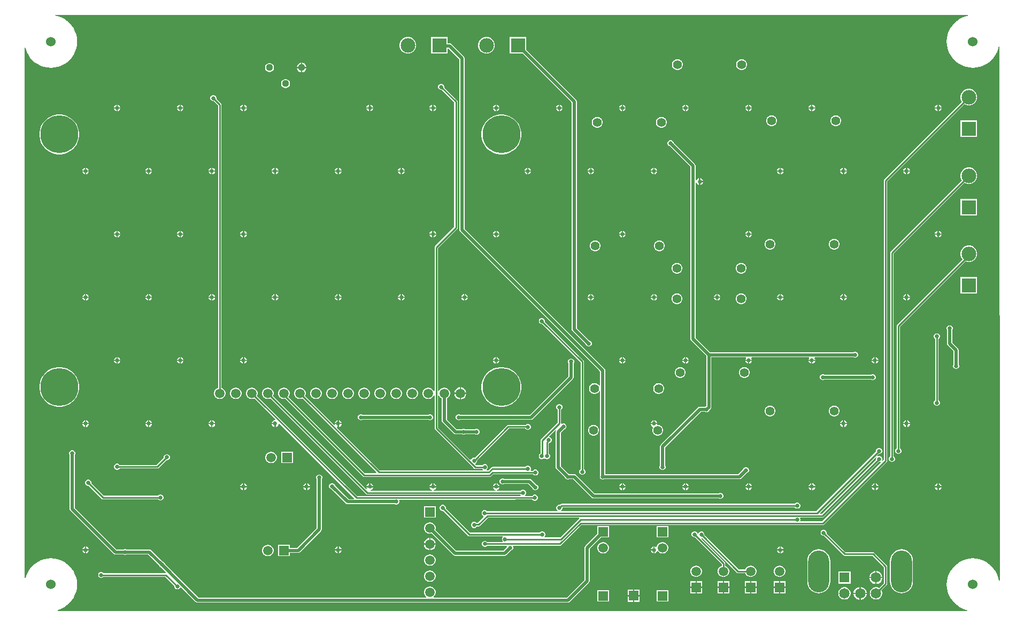
<source format=gbr>
%TF.GenerationSoftware,Altium Limited,Altium Designer,22.7.1 (60)*%
G04 Layer_Physical_Order=2*
G04 Layer_Color=16711680*
%FSLAX43Y43*%
%MOMM*%
%TF.SameCoordinates,2ABDD118-431D-4485-972F-9944B14BA474*%
%TF.FilePolarity,Positive*%
%TF.FileFunction,Copper,L2,Bot,Signal*%
%TF.Part,Single*%
G01*
G75*
%TA.AperFunction,Conductor*%
%ADD30C,0.254*%
%ADD31C,0.500*%
%TA.AperFunction,ComponentPad*%
%ADD32O,3.316X6.632*%
%ADD33C,1.650*%
%ADD34R,1.650X1.650*%
%ADD35C,1.120*%
%ADD36C,1.500*%
%ADD37C,6.000*%
%ADD38R,1.500X1.500*%
%ADD39C,2.325*%
%ADD40R,2.325X2.325*%
%ADD41R,2.325X2.325*%
%ADD42R,1.500X1.500*%
%ADD43C,1.400*%
%TA.AperFunction,ViaPad*%
%ADD44C,1.524*%
%ADD45C,0.650*%
G36*
X149710Y94729D02*
X149725Y94578D01*
X149423Y94518D01*
X148908Y94343D01*
X148420Y94103D01*
X147968Y93800D01*
X147559Y93441D01*
X147200Y93032D01*
X146897Y92580D01*
X146657Y92092D01*
X146482Y91577D01*
X146376Y91043D01*
X146340Y90500D01*
X146376Y89957D01*
X146482Y89423D01*
X146657Y88908D01*
X146897Y88420D01*
X147200Y87968D01*
X147559Y87559D01*
X147968Y87200D01*
X148420Y86897D01*
X148908Y86657D01*
X149423Y86482D01*
X149957Y86376D01*
X150500Y86340D01*
X151043Y86376D01*
X151577Y86482D01*
X152092Y86657D01*
X152580Y86897D01*
X153032Y87200D01*
X153441Y87559D01*
X153800Y87968D01*
X154103Y88420D01*
X154343Y88908D01*
X154518Y89423D01*
X154578Y89725D01*
X154729Y89710D01*
X154756Y5157D01*
X154605Y5142D01*
X154518Y5577D01*
X154343Y6092D01*
X154103Y6580D01*
X153800Y7032D01*
X153441Y7442D01*
X153032Y7800D01*
X152580Y8103D01*
X152092Y8343D01*
X151577Y8518D01*
X151043Y8624D01*
X150500Y8660D01*
X149957Y8624D01*
X149423Y8518D01*
X148908Y8343D01*
X148420Y8103D01*
X147968Y7800D01*
X147559Y7442D01*
X147200Y7032D01*
X146897Y6580D01*
X146657Y6092D01*
X146482Y5577D01*
X146376Y5043D01*
X146340Y4500D01*
X146376Y3957D01*
X146482Y3423D01*
X146657Y2908D01*
X146897Y2420D01*
X147200Y1968D01*
X147559Y1559D01*
X147968Y1200D01*
X148420Y897D01*
X148908Y657D01*
X149423Y482D01*
X149578Y451D01*
X149563Y300D01*
X5570Y326D01*
X5555Y477D01*
X5577Y482D01*
X6092Y657D01*
X6580Y897D01*
X7032Y1200D01*
X7442Y1559D01*
X7800Y1968D01*
X8103Y2420D01*
X8343Y2908D01*
X8518Y3423D01*
X8624Y3957D01*
X8660Y4500D01*
X8624Y5043D01*
X8518Y5577D01*
X8343Y6092D01*
X8103Y6580D01*
X7800Y7032D01*
X7442Y7442D01*
X7032Y7800D01*
X6580Y8103D01*
X6092Y8343D01*
X5577Y8518D01*
X5043Y8624D01*
X4500Y8660D01*
X3957Y8624D01*
X3423Y8518D01*
X2908Y8343D01*
X2420Y8103D01*
X1968Y7800D01*
X1559Y7442D01*
X1200Y7032D01*
X897Y6580D01*
X657Y6092D01*
X482Y5577D01*
X478Y5556D01*
X327Y5571D01*
X311Y89507D01*
X462Y89522D01*
X482Y89423D01*
X657Y88908D01*
X897Y88420D01*
X1200Y87968D01*
X1559Y87559D01*
X1968Y87200D01*
X2420Y86897D01*
X2908Y86657D01*
X3423Y86482D01*
X3957Y86376D01*
X4500Y86340D01*
X5043Y86376D01*
X5577Y86482D01*
X6092Y86657D01*
X6580Y86897D01*
X7032Y87200D01*
X7442Y87559D01*
X7800Y87968D01*
X8103Y88420D01*
X8343Y88908D01*
X8518Y89423D01*
X8624Y89957D01*
X8660Y90500D01*
X8624Y91043D01*
X8518Y91577D01*
X8343Y92092D01*
X8103Y92580D01*
X7800Y93032D01*
X7442Y93441D01*
X7032Y93800D01*
X6580Y94103D01*
X6092Y94343D01*
X5577Y94518D01*
X5173Y94598D01*
X5188Y94749D01*
X149710Y94729D01*
D02*
G37*
%LPC*%
G36*
X61213Y91230D02*
X60867D01*
X60533Y91140D01*
X60234Y90967D01*
X59989Y90723D01*
X59816Y90423D01*
X59727Y90089D01*
Y89743D01*
X59816Y89409D01*
X59989Y89109D01*
X60234Y88865D01*
X60533Y88692D01*
X60867Y88603D01*
X61213D01*
X61547Y88692D01*
X61847Y88865D01*
X62091Y89109D01*
X62264Y89409D01*
X62354Y89743D01*
Y90089D01*
X62264Y90423D01*
X62091Y90723D01*
X61847Y90967D01*
X61547Y91140D01*
X61213Y91230D01*
D02*
G37*
G36*
X73659Y91229D02*
X73313D01*
X72979Y91140D01*
X72679Y90967D01*
X72435Y90723D01*
X72262Y90423D01*
X72173Y90089D01*
Y89743D01*
X72262Y89409D01*
X72435Y89109D01*
X72679Y88865D01*
X72979Y88692D01*
X73313Y88603D01*
X73659D01*
X73993Y88692D01*
X74293Y88865D01*
X74537Y89109D01*
X74710Y89409D01*
X74800Y89743D01*
Y90089D01*
X74710Y90423D01*
X74537Y90723D01*
X74293Y90967D01*
X73993Y91140D01*
X73659Y91229D01*
D02*
G37*
G36*
X44304Y87146D02*
X44304D01*
Y86486D01*
X44964D01*
Y86486D01*
X44912Y86679D01*
X44812Y86853D01*
X44671Y86994D01*
X44498Y87094D01*
X44304Y87146D01*
D02*
G37*
G36*
X44104D02*
X44104D01*
X43911Y87094D01*
X43738Y86994D01*
X43596Y86853D01*
X43496Y86679D01*
X43444Y86486D01*
Y86486D01*
X44104D01*
Y87146D01*
D02*
G37*
G36*
X113966Y87719D02*
X113742D01*
X113526Y87661D01*
X113332Y87549D01*
X113173Y87391D01*
X113061Y87196D01*
X113003Y86980D01*
Y86756D01*
X113061Y86540D01*
X113173Y86345D01*
X113332Y86187D01*
X113526Y86075D01*
X113742Y86017D01*
X113966D01*
X114183Y86075D01*
X114377Y86187D01*
X114535Y86345D01*
X114647Y86540D01*
X114705Y86756D01*
Y86980D01*
X114647Y87196D01*
X114535Y87391D01*
X114377Y87549D01*
X114183Y87661D01*
X113966Y87719D01*
D02*
G37*
G36*
X103806D02*
X103582D01*
X103366Y87661D01*
X103172Y87549D01*
X103013Y87391D01*
X102901Y87196D01*
X102843Y86980D01*
Y86756D01*
X102901Y86540D01*
X103013Y86345D01*
X103172Y86187D01*
X103366Y86075D01*
X103582Y86017D01*
X103806D01*
X104023Y86075D01*
X104217Y86187D01*
X104375Y86345D01*
X104487Y86540D01*
X104545Y86756D01*
Y86980D01*
X104487Y87196D01*
X104375Y87391D01*
X104217Y87549D01*
X104023Y87661D01*
X103806Y87719D01*
D02*
G37*
G36*
X39218Y87097D02*
X39031D01*
X38850Y87049D01*
X38688Y86955D01*
X38555Y86823D01*
X38462Y86660D01*
X38413Y86480D01*
Y86292D01*
X38462Y86112D01*
X38555Y85949D01*
X38688Y85817D01*
X38850Y85723D01*
X39031Y85675D01*
X39218D01*
X39399Y85723D01*
X39561Y85817D01*
X39693Y85949D01*
X39787Y86112D01*
X39835Y86292D01*
Y86480D01*
X39787Y86660D01*
X39693Y86823D01*
X39561Y86955D01*
X39399Y87049D01*
X39218Y87097D01*
D02*
G37*
G36*
X44964Y86286D02*
X44304D01*
Y85626D01*
X44304D01*
X44498Y85678D01*
X44671Y85778D01*
X44812Y85919D01*
X44912Y86093D01*
X44964Y86286D01*
Y86286D01*
D02*
G37*
G36*
X44104D02*
X43444D01*
Y86286D01*
X43496Y86093D01*
X43596Y85919D01*
X43738Y85778D01*
X43911Y85678D01*
X44104Y85626D01*
X44104D01*
Y86286D01*
D02*
G37*
G36*
X41758Y84557D02*
X41571D01*
X41390Y84509D01*
X41228Y84415D01*
X41095Y84283D01*
X41002Y84120D01*
X40953Y83940D01*
Y83752D01*
X41002Y83572D01*
X41095Y83409D01*
X41228Y83277D01*
X41390Y83183D01*
X41571Y83135D01*
X41758D01*
X41939Y83183D01*
X42101Y83277D01*
X42233Y83409D01*
X42327Y83572D01*
X42375Y83752D01*
Y83940D01*
X42327Y84120D01*
X42233Y84283D01*
X42101Y84415D01*
X41939Y84509D01*
X41758Y84557D01*
D02*
G37*
G36*
X150033Y83021D02*
X149687D01*
X149353Y82932D01*
X149053Y82759D01*
X148809Y82515D01*
X148636Y82215D01*
X148547Y81881D01*
Y81535D01*
X148636Y81201D01*
X148752Y81001D01*
X136452Y68700D01*
X136390Y68608D01*
X136369Y68500D01*
Y24247D01*
X136180Y24059D01*
X136052Y24144D01*
X136112Y24289D01*
Y24479D01*
X136040Y24654D01*
X135906Y24788D01*
X135731Y24860D01*
X135541D01*
X135396Y24800D01*
X135311Y24928D01*
X135561Y25178D01*
X135731D01*
X135906Y25250D01*
X136040Y25384D01*
X136112Y25559D01*
Y25749D01*
X136040Y25924D01*
X135906Y26058D01*
X135731Y26130D01*
X135541D01*
X135366Y26058D01*
X135232Y25924D01*
X135160Y25749D01*
Y25579D01*
X125690Y16109D01*
X85336D01*
X85298Y16198D01*
X85290Y16260D01*
X85411Y16380D01*
X85483Y16555D01*
Y16725D01*
X122292D01*
X122412Y16604D01*
X122587Y16532D01*
X122777D01*
X122952Y16604D01*
X123086Y16738D01*
X123158Y16913D01*
Y17103D01*
X123086Y17278D01*
X122952Y17412D01*
X122777Y17484D01*
X122587D01*
X122412Y17412D01*
X122292Y17291D01*
X85365D01*
X85257Y17270D01*
X85165Y17208D01*
X85082Y17126D01*
X84912D01*
X84737Y17054D01*
X84603Y16920D01*
X84531Y16745D01*
Y16555D01*
X84603Y16380D01*
X84724Y16260D01*
X84716Y16198D01*
X84678Y16109D01*
X73566D01*
X73446Y16229D01*
X73271Y16301D01*
X73082D01*
X72907Y16229D01*
X72773Y16095D01*
X72701Y15920D01*
Y15731D01*
X72773Y15556D01*
X72907Y15422D01*
X72981Y15391D01*
X73016Y15213D01*
X72096Y14293D01*
X71830D01*
X71786Y14338D01*
X71611Y14410D01*
X71421D01*
X71246Y14338D01*
X71112Y14204D01*
X71040Y14029D01*
Y13839D01*
X71112Y13664D01*
X71246Y13530D01*
X71421Y13458D01*
X71611D01*
X71786Y13530D01*
X71920Y13664D01*
X71945Y13726D01*
X72214D01*
X72322Y13748D01*
X72414Y13809D01*
X73742Y15137D01*
X88122D01*
X88180Y14986D01*
X85162Y11967D01*
X82704D01*
X82642Y12118D01*
X82700Y12176D01*
X82772Y12351D01*
Y12541D01*
X82700Y12716D01*
X82566Y12850D01*
X82391Y12922D01*
X82201D01*
X82026Y12850D01*
X81906Y12729D01*
X70869D01*
X67024Y16575D01*
Y16745D01*
X66952Y16920D01*
X66818Y17054D01*
X66643Y17126D01*
X66453D01*
X66278Y17054D01*
X66144Y16920D01*
X66072Y16745D01*
Y16555D01*
X66144Y16380D01*
X66278Y16246D01*
X66453Y16174D01*
X66623D01*
X70552Y12246D01*
X70644Y12184D01*
X70752Y12163D01*
X76008D01*
X76070Y12012D01*
X76012Y11954D01*
X75940Y11779D01*
Y11589D01*
X76012Y11414D01*
X76056Y11370D01*
X75994Y11219D01*
X73606D01*
X73486Y11340D01*
X73311Y11412D01*
X73121D01*
X72946Y11340D01*
X72812Y11206D01*
X72740Y11031D01*
Y10841D01*
X72812Y10666D01*
X72946Y10532D01*
X73121Y10460D01*
X73311D01*
X73486Y10532D01*
X73606Y10653D01*
X76670D01*
X76771Y10502D01*
X76745Y10441D01*
X76194Y9889D01*
X68667D01*
X65374Y13182D01*
X65417Y13343D01*
Y13581D01*
X65356Y13810D01*
X65237Y14015D01*
X65069Y14183D01*
X64864Y14302D01*
X64635Y14363D01*
X64397D01*
X64168Y14302D01*
X63963Y14183D01*
X63795Y14015D01*
X63676Y13810D01*
X63615Y13581D01*
Y13343D01*
X63676Y13114D01*
X63795Y12909D01*
X63963Y12741D01*
X64168Y12622D01*
X64397Y12561D01*
X64635D01*
X64796Y12604D01*
X68209Y9191D01*
X68341Y9103D01*
X68498Y9071D01*
X76363D01*
X76520Y9103D01*
X76652Y9191D01*
X77324Y9862D01*
X77486Y9929D01*
X77620Y10063D01*
X77692Y10238D01*
Y10428D01*
X77661Y10502D01*
X77762Y10653D01*
X85104D01*
X85212Y10674D01*
X85304Y10736D01*
X88500Y13931D01*
X126736D01*
X126845Y13953D01*
X126937Y14014D01*
X136852Y23930D01*
X136914Y24022D01*
X136935Y24130D01*
Y68383D01*
X149153Y80600D01*
X149353Y80484D01*
X149687Y80395D01*
X150033D01*
X150367Y80484D01*
X150667Y80657D01*
X150911Y80901D01*
X151084Y81201D01*
X151174Y81535D01*
Y81881D01*
X151084Y82215D01*
X150911Y82515D01*
X150667Y82759D01*
X150367Y82932D01*
X150033Y83021D01*
D02*
G37*
G36*
X145104Y80525D02*
X145100D01*
Y80100D01*
X145525D01*
Y80104D01*
X145445Y80297D01*
X145297Y80445D01*
X145104Y80525D01*
D02*
G37*
G36*
X144900D02*
X144896D01*
X144703Y80445D01*
X144555Y80297D01*
X144475Y80104D01*
Y80100D01*
X144900D01*
Y80525D01*
D02*
G37*
G36*
X125104D02*
X125100D01*
Y80100D01*
X125525D01*
Y80104D01*
X125445Y80297D01*
X125297Y80445D01*
X125104Y80525D01*
D02*
G37*
G36*
X124900D02*
X124896D01*
X124703Y80445D01*
X124555Y80297D01*
X124475Y80104D01*
Y80100D01*
X124900D01*
Y80525D01*
D02*
G37*
G36*
X115104D02*
X115100D01*
Y80100D01*
X115525D01*
Y80104D01*
X115445Y80297D01*
X115297Y80445D01*
X115104Y80525D01*
D02*
G37*
G36*
X114900D02*
X114896D01*
X114703Y80445D01*
X114555Y80297D01*
X114475Y80104D01*
Y80100D01*
X114900D01*
Y80525D01*
D02*
G37*
G36*
X105104D02*
X105100D01*
Y80100D01*
X105525D01*
Y80104D01*
X105445Y80297D01*
X105297Y80445D01*
X105104Y80525D01*
D02*
G37*
G36*
X104900D02*
X104896D01*
X104703Y80445D01*
X104555Y80297D01*
X104475Y80104D01*
Y80100D01*
X104900D01*
Y80525D01*
D02*
G37*
G36*
X95104D02*
X95100D01*
Y80100D01*
X95525D01*
Y80104D01*
X95445Y80297D01*
X95297Y80445D01*
X95104Y80525D01*
D02*
G37*
G36*
X94900D02*
X94896D01*
X94703Y80445D01*
X94555Y80297D01*
X94475Y80104D01*
Y80100D01*
X94900D01*
Y80525D01*
D02*
G37*
G36*
X85104D02*
X85100D01*
Y80100D01*
X85525D01*
Y80104D01*
X85445Y80297D01*
X85297Y80445D01*
X85104Y80525D01*
D02*
G37*
G36*
X84900D02*
X84896D01*
X84703Y80445D01*
X84555Y80297D01*
X84475Y80104D01*
Y80100D01*
X84900D01*
Y80525D01*
D02*
G37*
G36*
X75104D02*
X75100D01*
Y80100D01*
X75525D01*
Y80104D01*
X75445Y80297D01*
X75297Y80445D01*
X75104Y80525D01*
D02*
G37*
G36*
X74900D02*
X74896D01*
X74703Y80445D01*
X74555Y80297D01*
X74475Y80104D01*
Y80100D01*
X74900D01*
Y80525D01*
D02*
G37*
G36*
X65104D02*
X65100D01*
Y80100D01*
X65525D01*
Y80104D01*
X65445Y80297D01*
X65297Y80445D01*
X65104Y80525D01*
D02*
G37*
G36*
X64900D02*
X64896D01*
X64703Y80445D01*
X64555Y80297D01*
X64475Y80104D01*
Y80100D01*
X64900D01*
Y80525D01*
D02*
G37*
G36*
X55104D02*
X55100D01*
Y80100D01*
X55525D01*
Y80104D01*
X55445Y80297D01*
X55297Y80445D01*
X55104Y80525D01*
D02*
G37*
G36*
X54900D02*
X54896D01*
X54703Y80445D01*
X54555Y80297D01*
X54475Y80104D01*
Y80100D01*
X54900D01*
Y80525D01*
D02*
G37*
G36*
X35104D02*
X35100D01*
Y80100D01*
X35525D01*
Y80104D01*
X35445Y80297D01*
X35297Y80445D01*
X35104Y80525D01*
D02*
G37*
G36*
X34900D02*
X34896D01*
X34703Y80445D01*
X34555Y80297D01*
X34475Y80104D01*
Y80100D01*
X34900D01*
Y80525D01*
D02*
G37*
G36*
X25104D02*
X25100D01*
Y80100D01*
X25525D01*
Y80104D01*
X25445Y80297D01*
X25297Y80445D01*
X25104Y80525D01*
D02*
G37*
G36*
X24900D02*
X24896D01*
X24703Y80445D01*
X24555Y80297D01*
X24475Y80104D01*
Y80100D01*
X24900D01*
Y80525D01*
D02*
G37*
G36*
X15104D02*
X15100D01*
Y80100D01*
X15525D01*
Y80104D01*
X15445Y80297D01*
X15297Y80445D01*
X15104Y80525D01*
D02*
G37*
G36*
X14900D02*
X14896D01*
X14703Y80445D01*
X14555Y80297D01*
X14475Y80104D01*
Y80100D01*
X14900D01*
Y80525D01*
D02*
G37*
G36*
X145525Y79900D02*
X145100D01*
Y79475D01*
X145104D01*
X145297Y79555D01*
X145445Y79703D01*
X145525Y79896D01*
Y79900D01*
D02*
G37*
G36*
X144900D02*
X144475D01*
Y79896D01*
X144555Y79703D01*
X144703Y79555D01*
X144896Y79475D01*
X144900D01*
Y79900D01*
D02*
G37*
G36*
X125525D02*
X125100D01*
Y79475D01*
X125104D01*
X125297Y79555D01*
X125445Y79703D01*
X125525Y79896D01*
Y79900D01*
D02*
G37*
G36*
X124900D02*
X124475D01*
Y79896D01*
X124555Y79703D01*
X124703Y79555D01*
X124896Y79475D01*
X124900D01*
Y79900D01*
D02*
G37*
G36*
X115525D02*
X115100D01*
Y79475D01*
X115104D01*
X115297Y79555D01*
X115445Y79703D01*
X115525Y79896D01*
Y79900D01*
D02*
G37*
G36*
X114900D02*
X114475D01*
Y79896D01*
X114555Y79703D01*
X114703Y79555D01*
X114896Y79475D01*
X114900D01*
Y79900D01*
D02*
G37*
G36*
X105525D02*
X105100D01*
Y79475D01*
X105104D01*
X105297Y79555D01*
X105445Y79703D01*
X105525Y79896D01*
Y79900D01*
D02*
G37*
G36*
X104900D02*
X104475D01*
Y79896D01*
X104555Y79703D01*
X104703Y79555D01*
X104896Y79475D01*
X104900D01*
Y79900D01*
D02*
G37*
G36*
X95525D02*
X95100D01*
Y79475D01*
X95104D01*
X95297Y79555D01*
X95445Y79703D01*
X95525Y79896D01*
Y79900D01*
D02*
G37*
G36*
X94900D02*
X94475D01*
Y79896D01*
X94555Y79703D01*
X94703Y79555D01*
X94896Y79475D01*
X94900D01*
Y79900D01*
D02*
G37*
G36*
X85525D02*
X85100D01*
Y79475D01*
X85104D01*
X85297Y79555D01*
X85445Y79703D01*
X85525Y79896D01*
Y79900D01*
D02*
G37*
G36*
X84900D02*
X84475D01*
Y79896D01*
X84555Y79703D01*
X84703Y79555D01*
X84896Y79475D01*
X84900D01*
Y79900D01*
D02*
G37*
G36*
X75525D02*
X75100D01*
Y79475D01*
X75104D01*
X75297Y79555D01*
X75445Y79703D01*
X75525Y79896D01*
Y79900D01*
D02*
G37*
G36*
X74900D02*
X74475D01*
Y79896D01*
X74555Y79703D01*
X74703Y79555D01*
X74896Y79475D01*
X74900D01*
Y79900D01*
D02*
G37*
G36*
X65525D02*
X65100D01*
Y79475D01*
X65104D01*
X65297Y79555D01*
X65445Y79703D01*
X65525Y79896D01*
Y79900D01*
D02*
G37*
G36*
X64900D02*
X64475D01*
Y79896D01*
X64555Y79703D01*
X64703Y79555D01*
X64896Y79475D01*
X64900D01*
Y79900D01*
D02*
G37*
G36*
X55525D02*
X55100D01*
Y79475D01*
X55104D01*
X55297Y79555D01*
X55445Y79703D01*
X55525Y79896D01*
Y79900D01*
D02*
G37*
G36*
X54900D02*
X54475D01*
Y79896D01*
X54555Y79703D01*
X54703Y79555D01*
X54896Y79475D01*
X54900D01*
Y79900D01*
D02*
G37*
G36*
X35525D02*
X35100D01*
Y79475D01*
X35104D01*
X35297Y79555D01*
X35445Y79703D01*
X35525Y79896D01*
Y79900D01*
D02*
G37*
G36*
X34900D02*
X34475D01*
Y79896D01*
X34555Y79703D01*
X34703Y79555D01*
X34896Y79475D01*
X34900D01*
Y79900D01*
D02*
G37*
G36*
X25525D02*
X25100D01*
Y79475D01*
X25104D01*
X25297Y79555D01*
X25445Y79703D01*
X25525Y79896D01*
Y79900D01*
D02*
G37*
G36*
X24900D02*
X24475D01*
Y79896D01*
X24555Y79703D01*
X24703Y79555D01*
X24896Y79475D01*
X24900D01*
Y79900D01*
D02*
G37*
G36*
X15525D02*
X15100D01*
Y79475D01*
X15104D01*
X15297Y79555D01*
X15445Y79703D01*
X15525Y79896D01*
Y79900D01*
D02*
G37*
G36*
X14900D02*
X14475D01*
Y79896D01*
X14555Y79703D01*
X14703Y79555D01*
X14896Y79475D01*
X14900D01*
Y79900D01*
D02*
G37*
G36*
X128890Y78829D02*
X128666D01*
X128450Y78771D01*
X128255Y78659D01*
X128097Y78501D01*
X127985Y78306D01*
X127927Y78090D01*
Y77866D01*
X127985Y77650D01*
X128097Y77455D01*
X128255Y77297D01*
X128450Y77185D01*
X128666Y77127D01*
X128890D01*
X129106Y77185D01*
X129301Y77297D01*
X129459Y77455D01*
X129571Y77650D01*
X129629Y77866D01*
Y78090D01*
X129571Y78306D01*
X129459Y78501D01*
X129301Y78659D01*
X129106Y78771D01*
X128890Y78829D01*
D02*
G37*
G36*
X118730D02*
X118506D01*
X118290Y78771D01*
X118095Y78659D01*
X117937Y78501D01*
X117825Y78306D01*
X117767Y78090D01*
Y77866D01*
X117825Y77650D01*
X117937Y77455D01*
X118095Y77297D01*
X118290Y77185D01*
X118506Y77127D01*
X118730D01*
X118946Y77185D01*
X119141Y77297D01*
X119299Y77455D01*
X119411Y77650D01*
X119469Y77866D01*
Y78090D01*
X119411Y78306D01*
X119299Y78501D01*
X119141Y78659D01*
X118946Y78771D01*
X118730Y78829D01*
D02*
G37*
G36*
X101266Y78575D02*
X101042D01*
X100826Y78517D01*
X100632Y78405D01*
X100473Y78247D01*
X100361Y78052D01*
X100303Y77836D01*
Y77612D01*
X100361Y77396D01*
X100473Y77201D01*
X100632Y77043D01*
X100826Y76931D01*
X101042Y76873D01*
X101266D01*
X101483Y76931D01*
X101677Y77043D01*
X101835Y77201D01*
X101947Y77396D01*
X102005Y77612D01*
Y77836D01*
X101947Y78052D01*
X101835Y78247D01*
X101677Y78405D01*
X101483Y78517D01*
X101266Y78575D01*
D02*
G37*
G36*
X91106D02*
X90882D01*
X90666Y78517D01*
X90472Y78405D01*
X90313Y78247D01*
X90201Y78052D01*
X90143Y77836D01*
Y77612D01*
X90201Y77396D01*
X90313Y77201D01*
X90472Y77043D01*
X90666Y76931D01*
X90882Y76873D01*
X91106D01*
X91323Y76931D01*
X91517Y77043D01*
X91675Y77201D01*
X91787Y77396D01*
X91845Y77612D01*
Y77836D01*
X91787Y78052D01*
X91675Y78247D01*
X91517Y78405D01*
X91323Y78517D01*
X91106Y78575D01*
D02*
G37*
G36*
X151174Y78022D02*
X148547D01*
Y75395D01*
X151174D01*
Y78022D01*
D02*
G37*
G36*
X76090Y78949D02*
X75594D01*
X75104Y78871D01*
X74632Y78718D01*
X74191Y78493D01*
X73789Y78201D01*
X73439Y77851D01*
X73147Y77449D01*
X72922Y77008D01*
X72769Y76536D01*
X72691Y76046D01*
Y75550D01*
X72769Y75060D01*
X72922Y74588D01*
X73147Y74146D01*
X73439Y73745D01*
X73789Y73395D01*
X74191Y73103D01*
X74632Y72878D01*
X75104Y72725D01*
X75594Y72647D01*
X76090D01*
X76580Y72725D01*
X77052Y72878D01*
X77493Y73103D01*
X77895Y73395D01*
X78245Y73745D01*
X78537Y74146D01*
X78762Y74588D01*
X78915Y75060D01*
X78993Y75550D01*
Y76046D01*
X78915Y76536D01*
X78762Y77008D01*
X78537Y77449D01*
X78245Y77851D01*
X77895Y78201D01*
X77493Y78493D01*
X77052Y78718D01*
X76580Y78871D01*
X76090Y78949D01*
D02*
G37*
G36*
X6090D02*
X5594D01*
X5104Y78871D01*
X4632Y78718D01*
X4191Y78493D01*
X3789Y78201D01*
X3439Y77851D01*
X3147Y77449D01*
X2922Y77008D01*
X2769Y76536D01*
X2691Y76046D01*
Y75550D01*
X2769Y75060D01*
X2922Y74588D01*
X3147Y74146D01*
X3439Y73745D01*
X3789Y73395D01*
X4191Y73103D01*
X4632Y72878D01*
X5104Y72725D01*
X5594Y72647D01*
X6090D01*
X6580Y72725D01*
X7052Y72878D01*
X7493Y73103D01*
X7895Y73395D01*
X8245Y73745D01*
X8537Y74146D01*
X8762Y74588D01*
X8915Y75060D01*
X8993Y75550D01*
Y76046D01*
X8915Y76536D01*
X8762Y77008D01*
X8537Y77449D01*
X8245Y77851D01*
X7895Y78201D01*
X7493Y78493D01*
X7052Y78718D01*
X6580Y78871D01*
X6090Y78949D01*
D02*
G37*
G36*
X140104Y70525D02*
X140100D01*
Y70100D01*
X140525D01*
Y70104D01*
X140445Y70297D01*
X140297Y70445D01*
X140104Y70525D01*
D02*
G37*
G36*
X139900D02*
X139896D01*
X139703Y70445D01*
X139555Y70297D01*
X139475Y70104D01*
Y70100D01*
X139900D01*
Y70525D01*
D02*
G37*
G36*
X130104D02*
X130100D01*
Y70100D01*
X130525D01*
Y70104D01*
X130445Y70297D01*
X130297Y70445D01*
X130104Y70525D01*
D02*
G37*
G36*
X129900D02*
X129896D01*
X129703Y70445D01*
X129555Y70297D01*
X129475Y70104D01*
Y70100D01*
X129900D01*
Y70525D01*
D02*
G37*
G36*
X120104D02*
X120100D01*
Y70100D01*
X120525D01*
Y70104D01*
X120445Y70297D01*
X120297Y70445D01*
X120104Y70525D01*
D02*
G37*
G36*
X119900D02*
X119896D01*
X119703Y70445D01*
X119555Y70297D01*
X119475Y70104D01*
Y70100D01*
X119900D01*
Y70525D01*
D02*
G37*
G36*
X100104D02*
X100100D01*
Y70100D01*
X100525D01*
Y70104D01*
X100445Y70297D01*
X100297Y70445D01*
X100104Y70525D01*
D02*
G37*
G36*
X99900D02*
X99896D01*
X99703Y70445D01*
X99555Y70297D01*
X99475Y70104D01*
Y70100D01*
X99900D01*
Y70525D01*
D02*
G37*
G36*
X90104D02*
X90100D01*
Y70100D01*
X90525D01*
Y70104D01*
X90445Y70297D01*
X90297Y70445D01*
X90104Y70525D01*
D02*
G37*
G36*
X89900D02*
X89896D01*
X89703Y70445D01*
X89555Y70297D01*
X89475Y70104D01*
Y70100D01*
X89900D01*
Y70525D01*
D02*
G37*
G36*
X80104D02*
X80100D01*
Y70100D01*
X80525D01*
Y70104D01*
X80445Y70297D01*
X80297Y70445D01*
X80104Y70525D01*
D02*
G37*
G36*
X79900D02*
X79896D01*
X79703Y70445D01*
X79555Y70297D01*
X79475Y70104D01*
Y70100D01*
X79900D01*
Y70525D01*
D02*
G37*
G36*
X60104D02*
X60100D01*
Y70100D01*
X60525D01*
Y70104D01*
X60445Y70297D01*
X60297Y70445D01*
X60104Y70525D01*
D02*
G37*
G36*
X59900D02*
X59896D01*
X59703Y70445D01*
X59555Y70297D01*
X59475Y70104D01*
Y70100D01*
X59900D01*
Y70525D01*
D02*
G37*
G36*
X50104D02*
X50100D01*
Y70100D01*
X50525D01*
Y70104D01*
X50445Y70297D01*
X50297Y70445D01*
X50104Y70525D01*
D02*
G37*
G36*
X49900D02*
X49896D01*
X49703Y70445D01*
X49555Y70297D01*
X49475Y70104D01*
Y70100D01*
X49900D01*
Y70525D01*
D02*
G37*
G36*
X40104D02*
X40100D01*
Y70100D01*
X40525D01*
Y70104D01*
X40445Y70297D01*
X40297Y70445D01*
X40104Y70525D01*
D02*
G37*
G36*
X39900D02*
X39896D01*
X39703Y70445D01*
X39555Y70297D01*
X39475Y70104D01*
Y70100D01*
X39900D01*
Y70525D01*
D02*
G37*
G36*
X30104D02*
X30100D01*
Y70100D01*
X30525D01*
Y70104D01*
X30445Y70297D01*
X30297Y70445D01*
X30104Y70525D01*
D02*
G37*
G36*
X29900D02*
X29896D01*
X29703Y70445D01*
X29555Y70297D01*
X29475Y70104D01*
Y70100D01*
X29900D01*
Y70525D01*
D02*
G37*
G36*
X20104D02*
X20100D01*
Y70100D01*
X20525D01*
Y70104D01*
X20445Y70297D01*
X20297Y70445D01*
X20104Y70525D01*
D02*
G37*
G36*
X19900D02*
X19896D01*
X19703Y70445D01*
X19555Y70297D01*
X19475Y70104D01*
Y70100D01*
X19900D01*
Y70525D01*
D02*
G37*
G36*
X10104D02*
X10100D01*
Y70100D01*
X10525D01*
Y70104D01*
X10445Y70297D01*
X10297Y70445D01*
X10104Y70525D01*
D02*
G37*
G36*
X9900D02*
X9896D01*
X9703Y70445D01*
X9555Y70297D01*
X9475Y70104D01*
Y70100D01*
X9900D01*
Y70525D01*
D02*
G37*
G36*
X140525Y69900D02*
X140100D01*
Y69475D01*
X140104D01*
X140297Y69555D01*
X140445Y69703D01*
X140525Y69896D01*
Y69900D01*
D02*
G37*
G36*
X139900D02*
X139475D01*
Y69896D01*
X139555Y69703D01*
X139703Y69555D01*
X139896Y69475D01*
X139900D01*
Y69900D01*
D02*
G37*
G36*
X130525D02*
X130100D01*
Y69475D01*
X130104D01*
X130297Y69555D01*
X130445Y69703D01*
X130525Y69896D01*
Y69900D01*
D02*
G37*
G36*
X129900D02*
X129475D01*
Y69896D01*
X129555Y69703D01*
X129703Y69555D01*
X129896Y69475D01*
X129900D01*
Y69900D01*
D02*
G37*
G36*
X120525D02*
X120100D01*
Y69475D01*
X120104D01*
X120297Y69555D01*
X120445Y69703D01*
X120525Y69896D01*
Y69900D01*
D02*
G37*
G36*
X119900D02*
X119475D01*
Y69896D01*
X119555Y69703D01*
X119703Y69555D01*
X119896Y69475D01*
X119900D01*
Y69900D01*
D02*
G37*
G36*
X100525D02*
X100100D01*
Y69475D01*
X100104D01*
X100297Y69555D01*
X100445Y69703D01*
X100525Y69896D01*
Y69900D01*
D02*
G37*
G36*
X99900D02*
X99475D01*
Y69896D01*
X99555Y69703D01*
X99703Y69555D01*
X99896Y69475D01*
X99900D01*
Y69900D01*
D02*
G37*
G36*
X90525D02*
X90100D01*
Y69475D01*
X90104D01*
X90297Y69555D01*
X90445Y69703D01*
X90525Y69896D01*
Y69900D01*
D02*
G37*
G36*
X89900D02*
X89475D01*
Y69896D01*
X89555Y69703D01*
X89703Y69555D01*
X89896Y69475D01*
X89900D01*
Y69900D01*
D02*
G37*
G36*
X80525D02*
X80100D01*
Y69475D01*
X80104D01*
X80297Y69555D01*
X80445Y69703D01*
X80525Y69896D01*
Y69900D01*
D02*
G37*
G36*
X79900D02*
X79475D01*
Y69896D01*
X79555Y69703D01*
X79703Y69555D01*
X79896Y69475D01*
X79900D01*
Y69900D01*
D02*
G37*
G36*
X60525D02*
X60100D01*
Y69475D01*
X60104D01*
X60297Y69555D01*
X60445Y69703D01*
X60525Y69896D01*
Y69900D01*
D02*
G37*
G36*
X59900D02*
X59475D01*
Y69896D01*
X59555Y69703D01*
X59703Y69555D01*
X59896Y69475D01*
X59900D01*
Y69900D01*
D02*
G37*
G36*
X50525D02*
X50100D01*
Y69475D01*
X50104D01*
X50297Y69555D01*
X50445Y69703D01*
X50525Y69896D01*
Y69900D01*
D02*
G37*
G36*
X49900D02*
X49475D01*
Y69896D01*
X49555Y69703D01*
X49703Y69555D01*
X49896Y69475D01*
X49900D01*
Y69900D01*
D02*
G37*
G36*
X40525D02*
X40100D01*
Y69475D01*
X40104D01*
X40297Y69555D01*
X40445Y69703D01*
X40525Y69896D01*
Y69900D01*
D02*
G37*
G36*
X39900D02*
X39475D01*
Y69896D01*
X39555Y69703D01*
X39703Y69555D01*
X39896Y69475D01*
X39900D01*
Y69900D01*
D02*
G37*
G36*
X30525D02*
X30100D01*
Y69475D01*
X30104D01*
X30297Y69555D01*
X30445Y69703D01*
X30525Y69896D01*
Y69900D01*
D02*
G37*
G36*
X29900D02*
X29475D01*
Y69896D01*
X29555Y69703D01*
X29703Y69555D01*
X29896Y69475D01*
X29900D01*
Y69900D01*
D02*
G37*
G36*
X20525D02*
X20100D01*
Y69475D01*
X20104D01*
X20297Y69555D01*
X20445Y69703D01*
X20525Y69896D01*
Y69900D01*
D02*
G37*
G36*
X19900D02*
X19475D01*
Y69896D01*
X19555Y69703D01*
X19703Y69555D01*
X19896Y69475D01*
X19900D01*
Y69900D01*
D02*
G37*
G36*
X10525D02*
X10100D01*
Y69475D01*
X10104D01*
X10297Y69555D01*
X10445Y69703D01*
X10525Y69896D01*
Y69900D01*
D02*
G37*
G36*
X9900D02*
X9475D01*
Y69896D01*
X9555Y69703D01*
X9703Y69555D01*
X9896Y69475D01*
X9900D01*
Y69900D01*
D02*
G37*
G36*
X107355Y68851D02*
X107350D01*
Y68426D01*
X107775D01*
Y68430D01*
X107695Y68623D01*
X107548Y68771D01*
X107355Y68851D01*
D02*
G37*
G36*
X150033Y70576D02*
X149687D01*
X149353Y70486D01*
X149053Y70313D01*
X148809Y70069D01*
X148636Y69769D01*
X148547Y69435D01*
Y69089D01*
X148636Y68755D01*
X148752Y68555D01*
X137468Y57270D01*
X137406Y57178D01*
X137385Y57070D01*
Y24774D01*
X137264Y24654D01*
X137192Y24479D01*
Y24289D01*
X137264Y24114D01*
X137398Y23980D01*
X137573Y23908D01*
X137763D01*
X137938Y23980D01*
X138072Y24114D01*
X138144Y24289D01*
Y24479D01*
X138072Y24654D01*
X137951Y24774D01*
Y56953D01*
X149153Y68154D01*
X149353Y68038D01*
X149687Y67949D01*
X150033D01*
X150367Y68038D01*
X150667Y68211D01*
X150911Y68455D01*
X151084Y68755D01*
X151174Y69089D01*
Y69435D01*
X151084Y69769D01*
X150911Y70069D01*
X150667Y70313D01*
X150367Y70486D01*
X150033Y70576D01*
D02*
G37*
G36*
X107775Y68226D02*
X107350D01*
Y67801D01*
X107355D01*
X107548Y67881D01*
X107695Y68029D01*
X107775Y68222D01*
Y68226D01*
D02*
G37*
G36*
X102711Y74874D02*
X102521D01*
X102346Y74802D01*
X102212Y74668D01*
X102140Y74493D01*
Y74303D01*
X102212Y74128D01*
X102346Y73994D01*
X102508Y73927D01*
X105763Y70673D01*
Y43403D01*
X105794Y43247D01*
X105883Y43114D01*
X108272Y40725D01*
Y32777D01*
X108223Y32729D01*
X108074Y32667D01*
X107250D01*
X107094Y32636D01*
X106961Y32547D01*
X101057Y26643D01*
X100968Y26510D01*
X100937Y26354D01*
Y23371D01*
X100870Y23209D01*
Y23019D01*
X100942Y22844D01*
X101076Y22710D01*
X101251Y22638D01*
X101441D01*
X101616Y22710D01*
X101750Y22844D01*
X101822Y23019D01*
Y23209D01*
X101755Y23371D01*
Y26184D01*
X107420Y31849D01*
X108074D01*
X108236Y31782D01*
X108426D01*
X108601Y31854D01*
X108735Y31988D01*
X108802Y32150D01*
X108970Y32319D01*
X109059Y32452D01*
X109090Y32608D01*
Y40485D01*
X114529D01*
X114592Y40334D01*
X114555Y40297D01*
X114475Y40104D01*
Y40100D01*
X115525D01*
Y40104D01*
X115445Y40297D01*
X115408Y40334D01*
X115471Y40485D01*
X124529D01*
X124592Y40334D01*
X124555Y40297D01*
X124475Y40104D01*
Y40100D01*
X125525D01*
Y40104D01*
X125445Y40297D01*
X125408Y40334D01*
X125471Y40485D01*
X131574D01*
X131731Y40420D01*
X131921D01*
X132096Y40492D01*
X132230Y40626D01*
X132302Y40801D01*
Y40991D01*
X132230Y41166D01*
X132096Y41300D01*
X131921Y41372D01*
X131731D01*
X131564Y41303D01*
X108850D01*
X106581Y43572D01*
Y68206D01*
X106725Y68222D01*
X106805Y68029D01*
X106953Y67881D01*
X107146Y67801D01*
X107150D01*
Y68326D01*
Y68851D01*
X107146D01*
X106953Y68771D01*
X106805Y68623D01*
X106725Y68430D01*
X106581Y68446D01*
Y70842D01*
X106550Y70998D01*
X106461Y71131D01*
X103087Y74506D01*
X103020Y74668D01*
X102886Y74802D01*
X102711Y74874D01*
D02*
G37*
G36*
X151174Y65576D02*
X148547D01*
Y62949D01*
X151174D01*
Y65576D01*
D02*
G37*
G36*
X145104Y60525D02*
X145100D01*
Y60100D01*
X145525D01*
Y60104D01*
X145445Y60297D01*
X145297Y60445D01*
X145104Y60525D01*
D02*
G37*
G36*
X144900D02*
X144896D01*
X144703Y60445D01*
X144555Y60297D01*
X144475Y60104D01*
Y60100D01*
X144900D01*
Y60525D01*
D02*
G37*
G36*
X115104D02*
X115100D01*
Y60100D01*
X115525D01*
Y60104D01*
X115445Y60297D01*
X115297Y60445D01*
X115104Y60525D01*
D02*
G37*
G36*
X114900D02*
X114896D01*
X114703Y60445D01*
X114555Y60297D01*
X114475Y60104D01*
Y60100D01*
X114900D01*
Y60525D01*
D02*
G37*
G36*
X95104D02*
X95100D01*
Y60100D01*
X95525D01*
Y60104D01*
X95445Y60297D01*
X95297Y60445D01*
X95104Y60525D01*
D02*
G37*
G36*
X94900D02*
X94896D01*
X94703Y60445D01*
X94555Y60297D01*
X94475Y60104D01*
Y60100D01*
X94900D01*
Y60525D01*
D02*
G37*
G36*
X75104D02*
X75100D01*
Y60100D01*
X75525D01*
Y60104D01*
X75445Y60297D01*
X75297Y60445D01*
X75104Y60525D01*
D02*
G37*
G36*
X74900D02*
X74896D01*
X74703Y60445D01*
X74555Y60297D01*
X74475Y60104D01*
Y60100D01*
X74900D01*
Y60525D01*
D02*
G37*
G36*
X65104D02*
X65100D01*
Y60100D01*
X65525D01*
Y60104D01*
X65445Y60297D01*
X65297Y60445D01*
X65104Y60525D01*
D02*
G37*
G36*
X64900D02*
X64896D01*
X64703Y60445D01*
X64555Y60297D01*
X64475Y60104D01*
Y60100D01*
X64900D01*
Y60525D01*
D02*
G37*
G36*
X35104D02*
X35100D01*
Y60100D01*
X35525D01*
Y60104D01*
X35445Y60297D01*
X35297Y60445D01*
X35104Y60525D01*
D02*
G37*
G36*
X34900D02*
X34896D01*
X34703Y60445D01*
X34555Y60297D01*
X34475Y60104D01*
Y60100D01*
X34900D01*
Y60525D01*
D02*
G37*
G36*
X25104D02*
X25100D01*
Y60100D01*
X25525D01*
Y60104D01*
X25445Y60297D01*
X25297Y60445D01*
X25104Y60525D01*
D02*
G37*
G36*
X24900D02*
X24896D01*
X24703Y60445D01*
X24555Y60297D01*
X24475Y60104D01*
Y60100D01*
X24900D01*
Y60525D01*
D02*
G37*
G36*
X15104D02*
X15100D01*
Y60100D01*
X15525D01*
Y60104D01*
X15445Y60297D01*
X15297Y60445D01*
X15104Y60525D01*
D02*
G37*
G36*
X14900D02*
X14896D01*
X14703Y60445D01*
X14555Y60297D01*
X14475Y60104D01*
Y60100D01*
X14900D01*
Y60525D01*
D02*
G37*
G36*
X145525Y59900D02*
X145100D01*
Y59475D01*
X145104D01*
X145297Y59555D01*
X145445Y59703D01*
X145525Y59896D01*
Y59900D01*
D02*
G37*
G36*
X144900D02*
X144475D01*
Y59896D01*
X144555Y59703D01*
X144703Y59555D01*
X144896Y59475D01*
X144900D01*
Y59900D01*
D02*
G37*
G36*
X115525D02*
X115100D01*
Y59475D01*
X115104D01*
X115297Y59555D01*
X115445Y59703D01*
X115525Y59896D01*
Y59900D01*
D02*
G37*
G36*
X114900D02*
X114475D01*
Y59896D01*
X114555Y59703D01*
X114703Y59555D01*
X114896Y59475D01*
X114900D01*
Y59900D01*
D02*
G37*
G36*
X95525D02*
X95100D01*
Y59475D01*
X95104D01*
X95297Y59555D01*
X95445Y59703D01*
X95525Y59896D01*
Y59900D01*
D02*
G37*
G36*
X94900D02*
X94475D01*
Y59896D01*
X94555Y59703D01*
X94703Y59555D01*
X94896Y59475D01*
X94900D01*
Y59900D01*
D02*
G37*
G36*
X75525D02*
X75100D01*
Y59475D01*
X75104D01*
X75297Y59555D01*
X75445Y59703D01*
X75525Y59896D01*
Y59900D01*
D02*
G37*
G36*
X74900D02*
X74475D01*
Y59896D01*
X74555Y59703D01*
X74703Y59555D01*
X74896Y59475D01*
X74900D01*
Y59900D01*
D02*
G37*
G36*
X65525D02*
X65100D01*
Y59475D01*
X65104D01*
X65297Y59555D01*
X65445Y59703D01*
X65525Y59896D01*
Y59900D01*
D02*
G37*
G36*
X64900D02*
X64475D01*
Y59896D01*
X64555Y59703D01*
X64703Y59555D01*
X64896Y59475D01*
X64900D01*
Y59900D01*
D02*
G37*
G36*
X35525D02*
X35100D01*
Y59475D01*
X35104D01*
X35297Y59555D01*
X35445Y59703D01*
X35525Y59896D01*
Y59900D01*
D02*
G37*
G36*
X34900D02*
X34475D01*
Y59896D01*
X34555Y59703D01*
X34703Y59555D01*
X34896Y59475D01*
X34900D01*
Y59900D01*
D02*
G37*
G36*
X25525D02*
X25100D01*
Y59475D01*
X25104D01*
X25297Y59555D01*
X25445Y59703D01*
X25525Y59896D01*
Y59900D01*
D02*
G37*
G36*
X24900D02*
X24475D01*
Y59896D01*
X24555Y59703D01*
X24703Y59555D01*
X24896Y59475D01*
X24900D01*
Y59900D01*
D02*
G37*
G36*
X15525D02*
X15100D01*
Y59475D01*
X15104D01*
X15297Y59555D01*
X15445Y59703D01*
X15525Y59896D01*
Y59900D01*
D02*
G37*
G36*
X14900D02*
X14475D01*
Y59896D01*
X14555Y59703D01*
X14703Y59555D01*
X14896Y59475D01*
X14900D01*
Y59900D01*
D02*
G37*
G36*
X128636Y59271D02*
X128412D01*
X128196Y59213D01*
X128001Y59101D01*
X127843Y58943D01*
X127731Y58748D01*
X127673Y58532D01*
Y58308D01*
X127731Y58092D01*
X127843Y57897D01*
X128001Y57739D01*
X128196Y57627D01*
X128412Y57569D01*
X128636D01*
X128852Y57627D01*
X129047Y57739D01*
X129205Y57897D01*
X129317Y58092D01*
X129375Y58308D01*
Y58532D01*
X129317Y58748D01*
X129205Y58943D01*
X129047Y59101D01*
X128852Y59213D01*
X128636Y59271D01*
D02*
G37*
G36*
X118476D02*
X118252D01*
X118036Y59213D01*
X117841Y59101D01*
X117683Y58943D01*
X117571Y58748D01*
X117513Y58532D01*
Y58308D01*
X117571Y58092D01*
X117683Y57897D01*
X117841Y57739D01*
X118036Y57627D01*
X118252Y57569D01*
X118476D01*
X118692Y57627D01*
X118887Y57739D01*
X119045Y57897D01*
X119157Y58092D01*
X119215Y58308D01*
Y58532D01*
X119157Y58748D01*
X119045Y58943D01*
X118887Y59101D01*
X118692Y59213D01*
X118476Y59271D01*
D02*
G37*
G36*
X100950Y59017D02*
X100726D01*
X100510Y58959D01*
X100315Y58847D01*
X100157Y58689D01*
X100045Y58494D01*
X99987Y58278D01*
Y58054D01*
X100045Y57838D01*
X100157Y57643D01*
X100315Y57485D01*
X100510Y57373D01*
X100726Y57315D01*
X100950D01*
X101166Y57373D01*
X101361Y57485D01*
X101519Y57643D01*
X101631Y57838D01*
X101689Y58054D01*
Y58278D01*
X101631Y58494D01*
X101519Y58689D01*
X101361Y58847D01*
X101166Y58959D01*
X100950Y59017D01*
D02*
G37*
G36*
X90790D02*
X90566D01*
X90350Y58959D01*
X90155Y58847D01*
X89997Y58689D01*
X89885Y58494D01*
X89827Y58278D01*
Y58054D01*
X89885Y57838D01*
X89997Y57643D01*
X90155Y57485D01*
X90350Y57373D01*
X90566Y57315D01*
X90790D01*
X91006Y57373D01*
X91201Y57485D01*
X91359Y57643D01*
X91471Y57838D01*
X91529Y58054D01*
Y58278D01*
X91471Y58494D01*
X91359Y58689D01*
X91201Y58847D01*
X91006Y58959D01*
X90790Y59017D01*
D02*
G37*
G36*
X150033Y58210D02*
X149687D01*
X149353Y58120D01*
X149053Y57947D01*
X148809Y57703D01*
X148636Y57403D01*
X148547Y57069D01*
Y56723D01*
X148636Y56389D01*
X148809Y56090D01*
X148858Y56041D01*
X138484Y45666D01*
X138422Y45574D01*
X138401Y45466D01*
Y26044D01*
X138280Y25924D01*
X138208Y25749D01*
Y25559D01*
X138280Y25384D01*
X138414Y25250D01*
X138589Y25178D01*
X138779D01*
X138954Y25250D01*
X139088Y25384D01*
X139160Y25559D01*
Y25749D01*
X139088Y25924D01*
X138967Y26044D01*
Y45349D01*
X149314Y55695D01*
X149353Y55672D01*
X149687Y55583D01*
X150033D01*
X150367Y55672D01*
X150667Y55845D01*
X150911Y56090D01*
X151084Y56389D01*
X151174Y56723D01*
Y57069D01*
X151084Y57403D01*
X150911Y57703D01*
X150667Y57947D01*
X150367Y58120D01*
X150033Y58210D01*
D02*
G37*
G36*
X113904Y55461D02*
X113680D01*
X113464Y55403D01*
X113269Y55291D01*
X113111Y55133D01*
X112999Y54938D01*
X112941Y54722D01*
Y54498D01*
X112999Y54282D01*
X113111Y54087D01*
X113269Y53929D01*
X113464Y53817D01*
X113680Y53759D01*
X113904D01*
X114120Y53817D01*
X114315Y53929D01*
X114473Y54087D01*
X114585Y54282D01*
X114643Y54498D01*
Y54722D01*
X114585Y54938D01*
X114473Y55133D01*
X114315Y55291D01*
X114120Y55403D01*
X113904Y55461D01*
D02*
G37*
G36*
X103744D02*
X103520D01*
X103304Y55403D01*
X103109Y55291D01*
X102951Y55133D01*
X102839Y54938D01*
X102781Y54722D01*
Y54498D01*
X102839Y54282D01*
X102951Y54087D01*
X103109Y53929D01*
X103304Y53817D01*
X103520Y53759D01*
X103744D01*
X103960Y53817D01*
X104155Y53929D01*
X104313Y54087D01*
X104425Y54282D01*
X104483Y54498D01*
Y54722D01*
X104425Y54938D01*
X104313Y55133D01*
X104155Y55291D01*
X103960Y55403D01*
X103744Y55461D01*
D02*
G37*
G36*
X151174Y53210D02*
X148547D01*
Y50583D01*
X151174D01*
Y53210D01*
D02*
G37*
G36*
X140104Y50525D02*
X140100D01*
Y50100D01*
X140525D01*
Y50104D01*
X140445Y50297D01*
X140297Y50445D01*
X140104Y50525D01*
D02*
G37*
G36*
X139900D02*
X139896D01*
X139703Y50445D01*
X139555Y50297D01*
X139475Y50104D01*
Y50100D01*
X139900D01*
Y50525D01*
D02*
G37*
G36*
X130104D02*
X130100D01*
Y50100D01*
X130525D01*
Y50104D01*
X130445Y50297D01*
X130297Y50445D01*
X130104Y50525D01*
D02*
G37*
G36*
X129900D02*
X129896D01*
X129703Y50445D01*
X129555Y50297D01*
X129475Y50104D01*
Y50100D01*
X129900D01*
Y50525D01*
D02*
G37*
G36*
X120104D02*
X120100D01*
Y50100D01*
X120525D01*
Y50104D01*
X120445Y50297D01*
X120297Y50445D01*
X120104Y50525D01*
D02*
G37*
G36*
X119900D02*
X119896D01*
X119703Y50445D01*
X119555Y50297D01*
X119475Y50104D01*
Y50100D01*
X119900D01*
Y50525D01*
D02*
G37*
G36*
X110104D02*
X110100D01*
Y50100D01*
X110525D01*
Y50104D01*
X110445Y50297D01*
X110297Y50445D01*
X110104Y50525D01*
D02*
G37*
G36*
X109900D02*
X109896D01*
X109703Y50445D01*
X109555Y50297D01*
X109475Y50104D01*
Y50100D01*
X109900D01*
Y50525D01*
D02*
G37*
G36*
X100104D02*
X100100D01*
Y50100D01*
X100525D01*
Y50104D01*
X100445Y50297D01*
X100297Y50445D01*
X100104Y50525D01*
D02*
G37*
G36*
X99900D02*
X99896D01*
X99703Y50445D01*
X99555Y50297D01*
X99475Y50104D01*
Y50100D01*
X99900D01*
Y50525D01*
D02*
G37*
G36*
X90104D02*
X90100D01*
Y50100D01*
X90525D01*
Y50104D01*
X90445Y50297D01*
X90297Y50445D01*
X90104Y50525D01*
D02*
G37*
G36*
X89900D02*
X89896D01*
X89703Y50445D01*
X89555Y50297D01*
X89475Y50104D01*
Y50100D01*
X89900D01*
Y50525D01*
D02*
G37*
G36*
X70104D02*
X70100D01*
Y50100D01*
X70525D01*
Y50104D01*
X70445Y50297D01*
X70297Y50445D01*
X70104Y50525D01*
D02*
G37*
G36*
X69900D02*
X69896D01*
X69703Y50445D01*
X69555Y50297D01*
X69475Y50104D01*
Y50100D01*
X69900D01*
Y50525D01*
D02*
G37*
G36*
X60104D02*
X60100D01*
Y50100D01*
X60525D01*
Y50104D01*
X60445Y50297D01*
X60297Y50445D01*
X60104Y50525D01*
D02*
G37*
G36*
X59900D02*
X59896D01*
X59703Y50445D01*
X59555Y50297D01*
X59475Y50104D01*
Y50100D01*
X59900D01*
Y50525D01*
D02*
G37*
G36*
X50104D02*
X50100D01*
Y50100D01*
X50525D01*
Y50104D01*
X50445Y50297D01*
X50297Y50445D01*
X50104Y50525D01*
D02*
G37*
G36*
X49900D02*
X49896D01*
X49703Y50445D01*
X49555Y50297D01*
X49475Y50104D01*
Y50100D01*
X49900D01*
Y50525D01*
D02*
G37*
G36*
X40104D02*
X40100D01*
Y50100D01*
X40525D01*
Y50104D01*
X40445Y50297D01*
X40297Y50445D01*
X40104Y50525D01*
D02*
G37*
G36*
X39900D02*
X39896D01*
X39703Y50445D01*
X39555Y50297D01*
X39475Y50104D01*
Y50100D01*
X39900D01*
Y50525D01*
D02*
G37*
G36*
X30104D02*
X30100D01*
Y50100D01*
X30525D01*
Y50104D01*
X30445Y50297D01*
X30297Y50445D01*
X30104Y50525D01*
D02*
G37*
G36*
X29900D02*
X29896D01*
X29703Y50445D01*
X29555Y50297D01*
X29475Y50104D01*
Y50100D01*
X29900D01*
Y50525D01*
D02*
G37*
G36*
X20104D02*
X20100D01*
Y50100D01*
X20525D01*
Y50104D01*
X20445Y50297D01*
X20297Y50445D01*
X20104Y50525D01*
D02*
G37*
G36*
X19900D02*
X19896D01*
X19703Y50445D01*
X19555Y50297D01*
X19475Y50104D01*
Y50100D01*
X19900D01*
Y50525D01*
D02*
G37*
G36*
X10104D02*
X10100D01*
Y50100D01*
X10525D01*
Y50104D01*
X10445Y50297D01*
X10297Y50445D01*
X10104Y50525D01*
D02*
G37*
G36*
X9900D02*
X9896D01*
X9703Y50445D01*
X9555Y50297D01*
X9475Y50104D01*
Y50100D01*
X9900D01*
Y50525D01*
D02*
G37*
G36*
X140525Y49900D02*
X140100D01*
Y49475D01*
X140104D01*
X140297Y49555D01*
X140445Y49703D01*
X140525Y49896D01*
Y49900D01*
D02*
G37*
G36*
X139900D02*
X139475D01*
Y49896D01*
X139555Y49703D01*
X139703Y49555D01*
X139896Y49475D01*
X139900D01*
Y49900D01*
D02*
G37*
G36*
X130525D02*
X130100D01*
Y49475D01*
X130104D01*
X130297Y49555D01*
X130445Y49703D01*
X130525Y49896D01*
Y49900D01*
D02*
G37*
G36*
X129900D02*
X129475D01*
Y49896D01*
X129555Y49703D01*
X129703Y49555D01*
X129896Y49475D01*
X129900D01*
Y49900D01*
D02*
G37*
G36*
X120525D02*
X120100D01*
Y49475D01*
X120104D01*
X120297Y49555D01*
X120445Y49703D01*
X120525Y49896D01*
Y49900D01*
D02*
G37*
G36*
X119900D02*
X119475D01*
Y49896D01*
X119555Y49703D01*
X119703Y49555D01*
X119896Y49475D01*
X119900D01*
Y49900D01*
D02*
G37*
G36*
X110525D02*
X110100D01*
Y49475D01*
X110104D01*
X110297Y49555D01*
X110445Y49703D01*
X110525Y49896D01*
Y49900D01*
D02*
G37*
G36*
X109900D02*
X109475D01*
Y49896D01*
X109555Y49703D01*
X109703Y49555D01*
X109896Y49475D01*
X109900D01*
Y49900D01*
D02*
G37*
G36*
X100525D02*
X100100D01*
Y49475D01*
X100104D01*
X100297Y49555D01*
X100445Y49703D01*
X100525Y49896D01*
Y49900D01*
D02*
G37*
G36*
X99900D02*
X99475D01*
Y49896D01*
X99555Y49703D01*
X99703Y49555D01*
X99896Y49475D01*
X99900D01*
Y49900D01*
D02*
G37*
G36*
X90525D02*
X90100D01*
Y49475D01*
X90104D01*
X90297Y49555D01*
X90445Y49703D01*
X90525Y49896D01*
Y49900D01*
D02*
G37*
G36*
X89900D02*
X89475D01*
Y49896D01*
X89555Y49703D01*
X89703Y49555D01*
X89896Y49475D01*
X89900D01*
Y49900D01*
D02*
G37*
G36*
X70525D02*
X70100D01*
Y49475D01*
X70104D01*
X70297Y49555D01*
X70445Y49703D01*
X70525Y49896D01*
Y49900D01*
D02*
G37*
G36*
X69900D02*
X69475D01*
Y49896D01*
X69555Y49703D01*
X69703Y49555D01*
X69896Y49475D01*
X69900D01*
Y49900D01*
D02*
G37*
G36*
X60525D02*
X60100D01*
Y49475D01*
X60104D01*
X60297Y49555D01*
X60445Y49703D01*
X60525Y49896D01*
Y49900D01*
D02*
G37*
G36*
X59900D02*
X59475D01*
Y49896D01*
X59555Y49703D01*
X59703Y49555D01*
X59896Y49475D01*
X59900D01*
Y49900D01*
D02*
G37*
G36*
X50525D02*
X50100D01*
Y49475D01*
X50104D01*
X50297Y49555D01*
X50445Y49703D01*
X50525Y49896D01*
Y49900D01*
D02*
G37*
G36*
X49900D02*
X49475D01*
Y49896D01*
X49555Y49703D01*
X49703Y49555D01*
X49896Y49475D01*
X49900D01*
Y49900D01*
D02*
G37*
G36*
X40525D02*
X40100D01*
Y49475D01*
X40104D01*
X40297Y49555D01*
X40445Y49703D01*
X40525Y49896D01*
Y49900D01*
D02*
G37*
G36*
X39900D02*
X39475D01*
Y49896D01*
X39555Y49703D01*
X39703Y49555D01*
X39896Y49475D01*
X39900D01*
Y49900D01*
D02*
G37*
G36*
X30525D02*
X30100D01*
Y49475D01*
X30104D01*
X30297Y49555D01*
X30445Y49703D01*
X30525Y49896D01*
Y49900D01*
D02*
G37*
G36*
X29900D02*
X29475D01*
Y49896D01*
X29555Y49703D01*
X29703Y49555D01*
X29896Y49475D01*
X29900D01*
Y49900D01*
D02*
G37*
G36*
X20525D02*
X20100D01*
Y49475D01*
X20104D01*
X20297Y49555D01*
X20445Y49703D01*
X20525Y49896D01*
Y49900D01*
D02*
G37*
G36*
X19900D02*
X19475D01*
Y49896D01*
X19555Y49703D01*
X19703Y49555D01*
X19896Y49475D01*
X19900D01*
Y49900D01*
D02*
G37*
G36*
X10525D02*
X10100D01*
Y49475D01*
X10104D01*
X10297Y49555D01*
X10445Y49703D01*
X10525Y49896D01*
Y49900D01*
D02*
G37*
G36*
X9900D02*
X9475D01*
Y49896D01*
X9555Y49703D01*
X9703Y49555D01*
X9896Y49475D01*
X9900D01*
Y49900D01*
D02*
G37*
G36*
X113904Y50635D02*
X113680D01*
X113464Y50577D01*
X113269Y50465D01*
X113111Y50307D01*
X112999Y50112D01*
X112941Y49896D01*
Y49672D01*
X112999Y49456D01*
X113111Y49261D01*
X113269Y49103D01*
X113464Y48991D01*
X113680Y48933D01*
X113904D01*
X114120Y48991D01*
X114315Y49103D01*
X114473Y49261D01*
X114585Y49456D01*
X114643Y49672D01*
Y49896D01*
X114585Y50112D01*
X114473Y50307D01*
X114315Y50465D01*
X114120Y50577D01*
X113904Y50635D01*
D02*
G37*
G36*
X103744D02*
X103520D01*
X103304Y50577D01*
X103109Y50465D01*
X102951Y50307D01*
X102839Y50112D01*
X102781Y49896D01*
Y49672D01*
X102839Y49456D01*
X102951Y49261D01*
X103109Y49103D01*
X103304Y48991D01*
X103520Y48933D01*
X103744D01*
X103960Y48991D01*
X104155Y49103D01*
X104313Y49261D01*
X104425Y49456D01*
X104483Y49672D01*
Y49896D01*
X104425Y50112D01*
X104313Y50307D01*
X104155Y50465D01*
X103960Y50577D01*
X103744Y50635D01*
D02*
G37*
G36*
X79799Y91229D02*
X77173D01*
Y88603D01*
X79221D01*
X86967Y80857D01*
Y44958D01*
X86998Y44802D01*
X87087Y44669D01*
X89191Y42564D01*
X89258Y42402D01*
X89392Y42268D01*
X89567Y42196D01*
X89757D01*
X89932Y42268D01*
X90066Y42402D01*
X90138Y42577D01*
Y42767D01*
X90066Y42942D01*
X89932Y43076D01*
X89770Y43143D01*
X87785Y45127D01*
Y81026D01*
X87754Y81182D01*
X87665Y81315D01*
X79799Y89181D01*
Y91229D01*
D02*
G37*
G36*
X135104Y40525D02*
X135100D01*
Y40100D01*
X135525D01*
Y40104D01*
X135445Y40297D01*
X135297Y40445D01*
X135104Y40525D01*
D02*
G37*
G36*
X134900D02*
X134896D01*
X134703Y40445D01*
X134555Y40297D01*
X134475Y40104D01*
Y40100D01*
X134900D01*
Y40525D01*
D02*
G37*
G36*
X105104D02*
X105100D01*
Y40100D01*
X105525D01*
Y40104D01*
X105445Y40297D01*
X105297Y40445D01*
X105104Y40525D01*
D02*
G37*
G36*
X104900D02*
X104896D01*
X104703Y40445D01*
X104555Y40297D01*
X104475Y40104D01*
Y40100D01*
X104900D01*
Y40525D01*
D02*
G37*
G36*
X95104D02*
X95100D01*
Y40100D01*
X95525D01*
Y40104D01*
X95445Y40297D01*
X95297Y40445D01*
X95104Y40525D01*
D02*
G37*
G36*
X94900D02*
X94896D01*
X94703Y40445D01*
X94555Y40297D01*
X94475Y40104D01*
Y40100D01*
X94900D01*
Y40525D01*
D02*
G37*
G36*
X75104D02*
X75100D01*
Y40100D01*
X75525D01*
Y40104D01*
X75445Y40297D01*
X75297Y40445D01*
X75104Y40525D01*
D02*
G37*
G36*
X74900D02*
X74896D01*
X74703Y40445D01*
X74555Y40297D01*
X74475Y40104D01*
Y40100D01*
X74900D01*
Y40525D01*
D02*
G37*
G36*
X35104D02*
X35100D01*
Y40100D01*
X35525D01*
Y40104D01*
X35445Y40297D01*
X35297Y40445D01*
X35104Y40525D01*
D02*
G37*
G36*
X34900D02*
X34896D01*
X34703Y40445D01*
X34555Y40297D01*
X34475Y40104D01*
Y40100D01*
X34900D01*
Y40525D01*
D02*
G37*
G36*
X25104D02*
X25100D01*
Y40100D01*
X25525D01*
Y40104D01*
X25445Y40297D01*
X25297Y40445D01*
X25104Y40525D01*
D02*
G37*
G36*
X24900D02*
X24896D01*
X24703Y40445D01*
X24555Y40297D01*
X24475Y40104D01*
Y40100D01*
X24900D01*
Y40525D01*
D02*
G37*
G36*
X15104D02*
X15100D01*
Y40100D01*
X15525D01*
Y40104D01*
X15445Y40297D01*
X15297Y40445D01*
X15104Y40525D01*
D02*
G37*
G36*
X14900D02*
X14896D01*
X14703Y40445D01*
X14555Y40297D01*
X14475Y40104D01*
Y40100D01*
X14900D01*
Y40525D01*
D02*
G37*
G36*
X135525Y39900D02*
X135100D01*
Y39475D01*
X135104D01*
X135297Y39555D01*
X135445Y39703D01*
X135525Y39896D01*
Y39900D01*
D02*
G37*
G36*
X134900D02*
X134475D01*
Y39896D01*
X134555Y39703D01*
X134703Y39555D01*
X134896Y39475D01*
X134900D01*
Y39900D01*
D02*
G37*
G36*
X125525D02*
X125100D01*
Y39475D01*
X125104D01*
X125297Y39555D01*
X125445Y39703D01*
X125525Y39896D01*
Y39900D01*
D02*
G37*
G36*
X124900D02*
X124475D01*
Y39896D01*
X124555Y39703D01*
X124703Y39555D01*
X124896Y39475D01*
X124900D01*
Y39900D01*
D02*
G37*
G36*
X115525D02*
X115100D01*
Y39475D01*
X115104D01*
X115297Y39555D01*
X115445Y39703D01*
X115525Y39896D01*
Y39900D01*
D02*
G37*
G36*
X114900D02*
X114475D01*
Y39896D01*
X114555Y39703D01*
X114703Y39555D01*
X114896Y39475D01*
X114900D01*
Y39900D01*
D02*
G37*
G36*
X105525D02*
X105100D01*
Y39475D01*
X105104D01*
X105297Y39555D01*
X105445Y39703D01*
X105525Y39896D01*
Y39900D01*
D02*
G37*
G36*
X104900D02*
X104475D01*
Y39896D01*
X104555Y39703D01*
X104703Y39555D01*
X104896Y39475D01*
X104900D01*
Y39900D01*
D02*
G37*
G36*
X95525D02*
X95100D01*
Y39475D01*
X95104D01*
X95297Y39555D01*
X95445Y39703D01*
X95525Y39896D01*
Y39900D01*
D02*
G37*
G36*
X94900D02*
X94475D01*
Y39896D01*
X94555Y39703D01*
X94703Y39555D01*
X94896Y39475D01*
X94900D01*
Y39900D01*
D02*
G37*
G36*
X75525D02*
X75100D01*
Y39475D01*
X75104D01*
X75297Y39555D01*
X75445Y39703D01*
X75525Y39896D01*
Y39900D01*
D02*
G37*
G36*
X74900D02*
X74475D01*
Y39896D01*
X74555Y39703D01*
X74703Y39555D01*
X74896Y39475D01*
X74900D01*
Y39900D01*
D02*
G37*
G36*
X35525D02*
X35100D01*
Y39475D01*
X35104D01*
X35297Y39555D01*
X35445Y39703D01*
X35525Y39896D01*
Y39900D01*
D02*
G37*
G36*
X34900D02*
X34475D01*
Y39896D01*
X34555Y39703D01*
X34703Y39555D01*
X34896Y39475D01*
X34900D01*
Y39900D01*
D02*
G37*
G36*
X25525D02*
X25100D01*
Y39475D01*
X25104D01*
X25297Y39555D01*
X25445Y39703D01*
X25525Y39896D01*
Y39900D01*
D02*
G37*
G36*
X24900D02*
X24475D01*
Y39896D01*
X24555Y39703D01*
X24703Y39555D01*
X24896Y39475D01*
X24900D01*
Y39900D01*
D02*
G37*
G36*
X15525D02*
X15100D01*
Y39475D01*
X15104D01*
X15297Y39555D01*
X15445Y39703D01*
X15525Y39896D01*
Y39900D01*
D02*
G37*
G36*
X14900D02*
X14475D01*
Y39896D01*
X14555Y39703D01*
X14703Y39555D01*
X14896Y39475D01*
X14900D01*
Y39900D01*
D02*
G37*
G36*
X146907Y45561D02*
X146717D01*
X146542Y45489D01*
X146408Y45355D01*
X146336Y45180D01*
Y44990D01*
X146403Y44828D01*
Y42672D01*
X146434Y42516D01*
X146523Y42383D01*
X147419Y41487D01*
Y39373D01*
X147352Y39211D01*
Y39021D01*
X147424Y38846D01*
X147558Y38712D01*
X147733Y38640D01*
X147923D01*
X148098Y38712D01*
X148232Y38846D01*
X148304Y39021D01*
Y39211D01*
X148237Y39373D01*
Y41656D01*
X148206Y41812D01*
X148117Y41945D01*
X147221Y42841D01*
Y44828D01*
X147288Y44990D01*
Y45180D01*
X147216Y45355D01*
X147082Y45489D01*
X146907Y45561D01*
D02*
G37*
G36*
X134715Y37814D02*
X134525D01*
X134363Y37747D01*
X127003D01*
X126841Y37814D01*
X126651D01*
X126476Y37742D01*
X126342Y37608D01*
X126270Y37433D01*
Y37243D01*
X126342Y37068D01*
X126476Y36934D01*
X126651Y36862D01*
X126841D01*
X127003Y36929D01*
X134363D01*
X134525Y36862D01*
X134715D01*
X134890Y36934D01*
X135024Y37068D01*
X135096Y37243D01*
Y37433D01*
X135024Y37608D01*
X134890Y37742D01*
X134715Y37814D01*
D02*
G37*
G36*
X114412Y38951D02*
X114188D01*
X113972Y38893D01*
X113777Y38781D01*
X113619Y38623D01*
X113507Y38428D01*
X113449Y38212D01*
Y37988D01*
X113507Y37772D01*
X113619Y37577D01*
X113777Y37419D01*
X113972Y37307D01*
X114188Y37249D01*
X114412D01*
X114628Y37307D01*
X114823Y37419D01*
X114981Y37577D01*
X115093Y37772D01*
X115151Y37988D01*
Y38212D01*
X115093Y38428D01*
X114981Y38623D01*
X114823Y38781D01*
X114628Y38893D01*
X114412Y38951D01*
D02*
G37*
G36*
X104252D02*
X104028D01*
X103812Y38893D01*
X103617Y38781D01*
X103459Y38623D01*
X103347Y38428D01*
X103289Y38212D01*
Y37988D01*
X103347Y37772D01*
X103459Y37577D01*
X103617Y37419D01*
X103812Y37307D01*
X104028Y37249D01*
X104252D01*
X104468Y37307D01*
X104663Y37419D01*
X104821Y37577D01*
X104933Y37772D01*
X104991Y37988D01*
Y38212D01*
X104933Y38428D01*
X104821Y38623D01*
X104663Y38781D01*
X104468Y38893D01*
X104252Y38951D01*
D02*
G37*
G36*
X67354Y91230D02*
X64727D01*
Y88603D01*
X67354D01*
Y89377D01*
X67505Y89397D01*
X69187Y87715D01*
Y60706D01*
X69218Y60550D01*
X69307Y60417D01*
X91482Y38242D01*
Y35970D01*
X91331Y35930D01*
X91243Y36083D01*
X91085Y36241D01*
X90890Y36353D01*
X90674Y36411D01*
X90450D01*
X90234Y36353D01*
X90039Y36241D01*
X89881Y36083D01*
X89769Y35888D01*
X89711Y35672D01*
Y35448D01*
X89769Y35232D01*
X89881Y35037D01*
X90039Y34879D01*
X90234Y34767D01*
X90450Y34709D01*
X90674D01*
X90890Y34767D01*
X91085Y34879D01*
X91243Y35037D01*
X91331Y35190D01*
X91482Y35150D01*
Y21847D01*
X91415Y21685D01*
Y21495D01*
X91487Y21320D01*
X91621Y21186D01*
X91796Y21114D01*
X91986D01*
X92148Y21181D01*
X113538D01*
X113694Y21212D01*
X113827Y21301D01*
X114662Y22135D01*
X114824Y22202D01*
X114958Y22336D01*
X115030Y22511D01*
Y22701D01*
X114958Y22876D01*
X114824Y23010D01*
X114649Y23082D01*
X114459D01*
X114284Y23010D01*
X114150Y22876D01*
X114083Y22714D01*
X113369Y21999D01*
X92300D01*
Y38411D01*
X92269Y38567D01*
X92180Y38700D01*
X70005Y60875D01*
Y87884D01*
X69974Y88040D01*
X69885Y88173D01*
X67949Y90109D01*
X67816Y90198D01*
X67660Y90229D01*
X67354D01*
Y91230D01*
D02*
G37*
G36*
X66389Y83788D02*
X66199D01*
X66024Y83716D01*
X65890Y83582D01*
X65818Y83407D01*
Y83217D01*
X65890Y83042D01*
X66024Y82908D01*
X66199Y82836D01*
X66369D01*
X68362Y80843D01*
Y61143D01*
X65332Y58112D01*
X65270Y58020D01*
X65249Y57912D01*
Y35181D01*
X65102Y35146D01*
X64983Y35351D01*
X64815Y35519D01*
X64610Y35638D01*
X64381Y35699D01*
X64143D01*
X63914Y35638D01*
X63709Y35519D01*
X63541Y35351D01*
X63422Y35146D01*
X63361Y34917D01*
Y34679D01*
X63422Y34450D01*
X63541Y34245D01*
X63709Y34077D01*
X63914Y33958D01*
X64143Y33897D01*
X64381D01*
X64610Y33958D01*
X64815Y34077D01*
X64983Y34245D01*
X65102Y34450D01*
X65249Y34415D01*
Y29261D01*
X65270Y29153D01*
X65332Y29061D01*
X71479Y22914D01*
X71571Y22852D01*
X71679Y22831D01*
X72826D01*
X72929Y22727D01*
X72917Y22648D01*
X72883Y22576D01*
X56564D01*
X49782Y29358D01*
X49868Y29486D01*
X49896Y29475D01*
X49900D01*
Y29900D01*
X49475D01*
Y29896D01*
X49486Y29868D01*
X49358Y29782D01*
X44748Y34393D01*
X44782Y34450D01*
X44843Y34679D01*
Y34917D01*
X44782Y35146D01*
X44663Y35351D01*
X44495Y35519D01*
X44290Y35638D01*
X44061Y35699D01*
X43823D01*
X43594Y35638D01*
X43389Y35519D01*
X43221Y35351D01*
X43102Y35146D01*
X43041Y34917D01*
Y34679D01*
X43102Y34450D01*
X43221Y34245D01*
X43389Y34077D01*
X43594Y33958D01*
X43823Y33897D01*
X44061D01*
X44290Y33958D01*
X44347Y33992D01*
X56072Y22267D01*
X56014Y22127D01*
X54219D01*
X42113Y34234D01*
X42123Y34245D01*
X42242Y34450D01*
X42303Y34679D01*
Y34917D01*
X42242Y35146D01*
X42123Y35351D01*
X41955Y35519D01*
X41750Y35638D01*
X41521Y35699D01*
X41283D01*
X41054Y35638D01*
X40849Y35519D01*
X40681Y35351D01*
X40562Y35146D01*
X40501Y34917D01*
Y34679D01*
X40562Y34450D01*
X40681Y34245D01*
X40849Y34077D01*
X41054Y33958D01*
X41283Y33897D01*
X41521D01*
X41621Y33924D01*
X53902Y21644D01*
X53994Y21582D01*
X54102Y21561D01*
X74016D01*
X74124Y21582D01*
X74216Y21644D01*
X74539Y21967D01*
X80826D01*
X80946Y21846D01*
X81121Y21774D01*
X81311D01*
X81486Y21846D01*
X81620Y21980D01*
X81692Y22155D01*
Y22345D01*
X81620Y22520D01*
X81486Y22654D01*
X81311Y22726D01*
X81121D01*
X80946Y22654D01*
X80826Y22533D01*
X80553D01*
X80452Y22684D01*
X80486Y22765D01*
Y22955D01*
X80414Y23130D01*
X80280Y23264D01*
X80105Y23336D01*
X79915D01*
X79740Y23264D01*
X79620Y23143D01*
X74422D01*
X74314Y23122D01*
X74222Y23060D01*
X73738Y22576D01*
X73549D01*
X73515Y22648D01*
X73503Y22727D01*
X73620Y22844D01*
X73692Y23019D01*
Y23209D01*
X73620Y23384D01*
X73486Y23518D01*
X73311Y23590D01*
X73121D01*
X72946Y23518D01*
X72826Y23397D01*
X71797D01*
X71676Y23518D01*
X71712Y23696D01*
X71786Y23726D01*
X71920Y23860D01*
X71992Y24035D01*
Y24205D01*
X77031Y29244D01*
X79586D01*
X79606Y29194D01*
X79740Y29060D01*
X79915Y28988D01*
X80105D01*
X80280Y29060D01*
X80414Y29194D01*
X80486Y29369D01*
Y29559D01*
X80414Y29734D01*
X80280Y29868D01*
X80105Y29940D01*
X79915D01*
X79740Y29868D01*
X79684Y29811D01*
X76913D01*
X76805Y29789D01*
X76713Y29728D01*
X71591Y24606D01*
X71421D01*
X71246Y24534D01*
X71112Y24400D01*
X71082Y24326D01*
X70904Y24290D01*
X65815Y29379D01*
Y34415D01*
X65962Y34450D01*
X66081Y34245D01*
X66249Y34077D01*
X66393Y33994D01*
Y30480D01*
X66424Y30324D01*
X66513Y30191D01*
X68291Y28413D01*
X68424Y28324D01*
X68580Y28293D01*
X69608D01*
X69770Y28226D01*
X69960D01*
X70122Y28293D01*
X71660D01*
X71822Y28226D01*
X72011D01*
X72186Y28298D01*
X72320Y28432D01*
X72392Y28607D01*
Y28797D01*
X72320Y28972D01*
X72186Y29106D01*
X72011Y29178D01*
X71822D01*
X71660Y29111D01*
X70122D01*
X69960Y29178D01*
X69770D01*
X69608Y29111D01*
X68749D01*
X67211Y30649D01*
Y33994D01*
X67355Y34077D01*
X67523Y34245D01*
X67642Y34450D01*
X67703Y34679D01*
Y34917D01*
X67642Y35146D01*
X67523Y35351D01*
X67355Y35519D01*
X67150Y35638D01*
X66921Y35699D01*
X66683D01*
X66454Y35638D01*
X66249Y35519D01*
X66081Y35351D01*
X65962Y35146D01*
X65815Y35181D01*
Y57795D01*
X68846Y60825D01*
X68907Y60917D01*
X68929Y61025D01*
Y80961D01*
X68907Y81069D01*
X68846Y81161D01*
X66770Y83237D01*
Y83407D01*
X66698Y83582D01*
X66564Y83716D01*
X66389Y83788D01*
D02*
G37*
G36*
X69467Y35748D02*
X69442D01*
Y34898D01*
X70292D01*
Y34923D01*
X70227Y35165D01*
X70102Y35381D01*
X69925Y35558D01*
X69709Y35683D01*
X69467Y35748D01*
D02*
G37*
G36*
X69242D02*
X69217D01*
X68975Y35683D01*
X68759Y35558D01*
X68582Y35381D01*
X68457Y35165D01*
X68392Y34923D01*
Y34898D01*
X69242D01*
Y35748D01*
D02*
G37*
G36*
X100834Y36411D02*
X100610D01*
X100394Y36353D01*
X100199Y36241D01*
X100041Y36083D01*
X99929Y35888D01*
X99871Y35672D01*
Y35448D01*
X99929Y35232D01*
X100041Y35037D01*
X100199Y34879D01*
X100394Y34767D01*
X100610Y34709D01*
X100834D01*
X101050Y34767D01*
X101245Y34879D01*
X101403Y35037D01*
X101515Y35232D01*
X101573Y35448D01*
Y35672D01*
X101515Y35888D01*
X101403Y36083D01*
X101245Y36241D01*
X101050Y36353D01*
X100834Y36411D01*
D02*
G37*
G36*
X61841Y35699D02*
X61603D01*
X61374Y35638D01*
X61169Y35519D01*
X61001Y35351D01*
X60882Y35146D01*
X60821Y34917D01*
Y34679D01*
X60882Y34450D01*
X61001Y34245D01*
X61169Y34077D01*
X61374Y33958D01*
X61603Y33897D01*
X61841D01*
X62070Y33958D01*
X62275Y34077D01*
X62443Y34245D01*
X62562Y34450D01*
X62623Y34679D01*
Y34917D01*
X62562Y35146D01*
X62443Y35351D01*
X62275Y35519D01*
X62070Y35638D01*
X61841Y35699D01*
D02*
G37*
G36*
X59301D02*
X59063D01*
X58834Y35638D01*
X58629Y35519D01*
X58461Y35351D01*
X58342Y35146D01*
X58281Y34917D01*
Y34679D01*
X58342Y34450D01*
X58461Y34245D01*
X58629Y34077D01*
X58834Y33958D01*
X59063Y33897D01*
X59301D01*
X59530Y33958D01*
X59735Y34077D01*
X59903Y34245D01*
X60022Y34450D01*
X60083Y34679D01*
Y34917D01*
X60022Y35146D01*
X59903Y35351D01*
X59735Y35519D01*
X59530Y35638D01*
X59301Y35699D01*
D02*
G37*
G36*
X56761D02*
X56523D01*
X56294Y35638D01*
X56089Y35519D01*
X55921Y35351D01*
X55802Y35146D01*
X55741Y34917D01*
Y34679D01*
X55802Y34450D01*
X55921Y34245D01*
X56089Y34077D01*
X56294Y33958D01*
X56523Y33897D01*
X56761D01*
X56990Y33958D01*
X57195Y34077D01*
X57363Y34245D01*
X57482Y34450D01*
X57543Y34679D01*
Y34917D01*
X57482Y35146D01*
X57363Y35351D01*
X57195Y35519D01*
X56990Y35638D01*
X56761Y35699D01*
D02*
G37*
G36*
X54221D02*
X53983D01*
X53754Y35638D01*
X53549Y35519D01*
X53381Y35351D01*
X53262Y35146D01*
X53201Y34917D01*
Y34679D01*
X53262Y34450D01*
X53381Y34245D01*
X53549Y34077D01*
X53754Y33958D01*
X53983Y33897D01*
X54221D01*
X54450Y33958D01*
X54655Y34077D01*
X54823Y34245D01*
X54942Y34450D01*
X55003Y34679D01*
Y34917D01*
X54942Y35146D01*
X54823Y35351D01*
X54655Y35519D01*
X54450Y35638D01*
X54221Y35699D01*
D02*
G37*
G36*
X51681D02*
X51443D01*
X51214Y35638D01*
X51009Y35519D01*
X50841Y35351D01*
X50722Y35146D01*
X50661Y34917D01*
Y34679D01*
X50722Y34450D01*
X50841Y34245D01*
X51009Y34077D01*
X51214Y33958D01*
X51443Y33897D01*
X51681D01*
X51910Y33958D01*
X52115Y34077D01*
X52283Y34245D01*
X52402Y34450D01*
X52463Y34679D01*
Y34917D01*
X52402Y35146D01*
X52283Y35351D01*
X52115Y35519D01*
X51910Y35638D01*
X51681Y35699D01*
D02*
G37*
G36*
X49141D02*
X48903D01*
X48674Y35638D01*
X48469Y35519D01*
X48301Y35351D01*
X48182Y35146D01*
X48121Y34917D01*
Y34679D01*
X48182Y34450D01*
X48301Y34245D01*
X48469Y34077D01*
X48674Y33958D01*
X48903Y33897D01*
X49141D01*
X49370Y33958D01*
X49575Y34077D01*
X49743Y34245D01*
X49862Y34450D01*
X49923Y34679D01*
Y34917D01*
X49862Y35146D01*
X49743Y35351D01*
X49575Y35519D01*
X49370Y35638D01*
X49141Y35699D01*
D02*
G37*
G36*
X46601D02*
X46363D01*
X46134Y35638D01*
X45929Y35519D01*
X45761Y35351D01*
X45642Y35146D01*
X45581Y34917D01*
Y34679D01*
X45642Y34450D01*
X45761Y34245D01*
X45929Y34077D01*
X46134Y33958D01*
X46363Y33897D01*
X46601D01*
X46830Y33958D01*
X47035Y34077D01*
X47203Y34245D01*
X47322Y34450D01*
X47383Y34679D01*
Y34917D01*
X47322Y35146D01*
X47203Y35351D01*
X47035Y35519D01*
X46830Y35638D01*
X46601Y35699D01*
D02*
G37*
G36*
X33901D02*
X33663D01*
X33434Y35638D01*
X33229Y35519D01*
X33061Y35351D01*
X32942Y35146D01*
X32881Y34917D01*
Y34679D01*
X32942Y34450D01*
X33061Y34245D01*
X33229Y34077D01*
X33434Y33958D01*
X33663Y33897D01*
X33901D01*
X34130Y33958D01*
X34335Y34077D01*
X34503Y34245D01*
X34622Y34450D01*
X34683Y34679D01*
Y34917D01*
X34622Y35146D01*
X34503Y35351D01*
X34335Y35519D01*
X34130Y35638D01*
X33901Y35699D01*
D02*
G37*
G36*
X30321Y82010D02*
X30131D01*
X29956Y81938D01*
X29822Y81804D01*
X29750Y81629D01*
Y81439D01*
X29822Y81264D01*
X29956Y81130D01*
X30131Y81058D01*
X30301D01*
X30959Y80401D01*
Y35655D01*
X30894Y35638D01*
X30689Y35519D01*
X30521Y35351D01*
X30402Y35146D01*
X30341Y34917D01*
Y34679D01*
X30402Y34450D01*
X30521Y34245D01*
X30689Y34077D01*
X30894Y33958D01*
X31123Y33897D01*
X31361D01*
X31590Y33958D01*
X31795Y34077D01*
X31963Y34245D01*
X32082Y34450D01*
X32143Y34679D01*
Y34917D01*
X32082Y35146D01*
X31963Y35351D01*
X31795Y35519D01*
X31590Y35638D01*
X31525Y35655D01*
Y80518D01*
X31504Y80626D01*
X31442Y80718D01*
X30702Y81459D01*
Y81629D01*
X30630Y81804D01*
X30496Y81938D01*
X30321Y82010D01*
D02*
G37*
G36*
X70292Y34698D02*
X69442D01*
Y33848D01*
X69467D01*
X69709Y33913D01*
X69925Y34038D01*
X70102Y34215D01*
X70227Y34431D01*
X70292Y34673D01*
Y34698D01*
D02*
G37*
G36*
X69242D02*
X68392D01*
Y34673D01*
X68457Y34431D01*
X68582Y34215D01*
X68759Y34038D01*
X68975Y33913D01*
X69217Y33848D01*
X69242D01*
Y34698D01*
D02*
G37*
G36*
X144875Y44291D02*
X144685D01*
X144510Y44219D01*
X144376Y44085D01*
X144304Y43910D01*
Y43720D01*
X144376Y43545D01*
X144497Y43425D01*
Y33664D01*
X144376Y33544D01*
X144304Y33369D01*
Y33179D01*
X144376Y33004D01*
X144510Y32870D01*
X144685Y32798D01*
X144875D01*
X145050Y32870D01*
X145184Y33004D01*
X145256Y33179D01*
Y33369D01*
X145184Y33544D01*
X145063Y33664D01*
Y43425D01*
X145184Y43545D01*
X145256Y43720D01*
Y43910D01*
X145184Y44085D01*
X145050Y44219D01*
X144875Y44291D01*
D02*
G37*
G36*
X76090Y38949D02*
X75594D01*
X75104Y38871D01*
X74632Y38718D01*
X74191Y38493D01*
X73789Y38201D01*
X73439Y37851D01*
X73147Y37449D01*
X72922Y37008D01*
X72769Y36536D01*
X72691Y36046D01*
Y35550D01*
X72769Y35060D01*
X72922Y34588D01*
X73147Y34147D01*
X73439Y33745D01*
X73789Y33395D01*
X74191Y33103D01*
X74632Y32878D01*
X75104Y32725D01*
X75594Y32647D01*
X76090D01*
X76580Y32725D01*
X77052Y32878D01*
X77493Y33103D01*
X77895Y33395D01*
X78245Y33745D01*
X78537Y34147D01*
X78762Y34588D01*
X78915Y35060D01*
X78993Y35550D01*
Y36046D01*
X78915Y36536D01*
X78762Y37008D01*
X78537Y37449D01*
X78245Y37851D01*
X77895Y38201D01*
X77493Y38493D01*
X77052Y38718D01*
X76580Y38871D01*
X76090Y38949D01*
D02*
G37*
G36*
X6090D02*
X5594D01*
X5104Y38871D01*
X4632Y38718D01*
X4191Y38493D01*
X3789Y38201D01*
X3439Y37851D01*
X3147Y37449D01*
X2922Y37008D01*
X2769Y36536D01*
X2691Y36046D01*
Y35550D01*
X2769Y35060D01*
X2922Y34588D01*
X3147Y34147D01*
X3439Y33745D01*
X3789Y33395D01*
X4191Y33103D01*
X4632Y32878D01*
X5104Y32725D01*
X5594Y32647D01*
X6090D01*
X6580Y32725D01*
X7052Y32878D01*
X7493Y33103D01*
X7895Y33395D01*
X8245Y33745D01*
X8537Y34147D01*
X8762Y34588D01*
X8915Y35060D01*
X8993Y35550D01*
Y36046D01*
X8915Y36536D01*
X8762Y37008D01*
X8537Y37449D01*
X8245Y37851D01*
X7895Y38201D01*
X7493Y38493D01*
X7052Y38718D01*
X6580Y38871D01*
X6090Y38949D01*
D02*
G37*
G36*
X86963Y40290D02*
X86773D01*
X86598Y40218D01*
X86464Y40084D01*
X86392Y39909D01*
Y39719D01*
X86459Y39557D01*
Y37507D01*
X80349Y31397D01*
X69345D01*
X69183Y31464D01*
X68993D01*
X68818Y31392D01*
X68684Y31258D01*
X68612Y31083D01*
Y30893D01*
X68684Y30718D01*
X68818Y30584D01*
X68993Y30512D01*
X69183D01*
X69345Y30579D01*
X80518D01*
X80674Y30610D01*
X80807Y30699D01*
X87157Y37049D01*
X87246Y37182D01*
X87277Y37338D01*
Y39557D01*
X87344Y39719D01*
Y39909D01*
X87272Y40084D01*
X87138Y40218D01*
X86963Y40290D01*
D02*
G37*
G36*
X64611Y31464D02*
X64421D01*
X64259Y31397D01*
X53851D01*
X53689Y31464D01*
X53499D01*
X53324Y31392D01*
X53190Y31258D01*
X53118Y31083D01*
Y30893D01*
X53190Y30718D01*
X53324Y30584D01*
X53499Y30512D01*
X53689D01*
X53851Y30579D01*
X64259D01*
X64421Y30512D01*
X64611D01*
X64786Y30584D01*
X64920Y30718D01*
X64992Y30893D01*
Y31083D01*
X64920Y31258D01*
X64786Y31392D01*
X64611Y31464D01*
D02*
G37*
G36*
X128636Y32855D02*
X128412D01*
X128196Y32797D01*
X128001Y32685D01*
X127843Y32527D01*
X127731Y32332D01*
X127673Y32116D01*
Y31892D01*
X127731Y31676D01*
X127843Y31481D01*
X128001Y31323D01*
X128196Y31211D01*
X128412Y31153D01*
X128636D01*
X128852Y31211D01*
X129047Y31323D01*
X129205Y31481D01*
X129317Y31676D01*
X129375Y31892D01*
Y32116D01*
X129317Y32332D01*
X129205Y32527D01*
X129047Y32685D01*
X128852Y32797D01*
X128636Y32855D01*
D02*
G37*
G36*
X118476D02*
X118252D01*
X118036Y32797D01*
X117841Y32685D01*
X117683Y32527D01*
X117571Y32332D01*
X117513Y32116D01*
Y31892D01*
X117571Y31676D01*
X117683Y31481D01*
X117841Y31323D01*
X118036Y31211D01*
X118252Y31153D01*
X118476D01*
X118692Y31211D01*
X118887Y31323D01*
X119045Y31481D01*
X119157Y31676D01*
X119215Y31892D01*
Y32116D01*
X119157Y32332D01*
X119045Y32527D01*
X118887Y32685D01*
X118692Y32797D01*
X118476Y32855D01*
D02*
G37*
G36*
X140104Y30525D02*
X140100D01*
Y30100D01*
X140525D01*
Y30104D01*
X140445Y30297D01*
X140297Y30445D01*
X140104Y30525D01*
D02*
G37*
G36*
X139900D02*
X139896D01*
X139703Y30445D01*
X139555Y30297D01*
X139475Y30104D01*
Y30100D01*
X139900D01*
Y30525D01*
D02*
G37*
G36*
X130104D02*
X130100D01*
Y30100D01*
X130525D01*
Y30104D01*
X130445Y30297D01*
X130297Y30445D01*
X130104Y30525D01*
D02*
G37*
G36*
X129900D02*
X129896D01*
X129703Y30445D01*
X129555Y30297D01*
X129475Y30104D01*
Y30100D01*
X129900D01*
Y30525D01*
D02*
G37*
G36*
X100104D02*
X100100D01*
Y30100D01*
X100525D01*
Y30104D01*
X100445Y30297D01*
X100297Y30445D01*
X100104Y30525D01*
D02*
G37*
G36*
X99900D02*
X99896D01*
X99703Y30445D01*
X99555Y30297D01*
X99475Y30104D01*
Y30100D01*
X99900D01*
Y30525D01*
D02*
G37*
G36*
X50104D02*
X50100D01*
Y30100D01*
X50525D01*
Y30104D01*
X50445Y30297D01*
X50297Y30445D01*
X50104Y30525D01*
D02*
G37*
G36*
X49900D02*
X49896D01*
X49703Y30445D01*
X49555Y30297D01*
X49475Y30104D01*
Y30100D01*
X49900D01*
Y30525D01*
D02*
G37*
G36*
X30104D02*
X30100D01*
Y30100D01*
X30525D01*
Y30104D01*
X30445Y30297D01*
X30297Y30445D01*
X30104Y30525D01*
D02*
G37*
G36*
X29900D02*
X29896D01*
X29703Y30445D01*
X29555Y30297D01*
X29475Y30104D01*
Y30100D01*
X29900D01*
Y30525D01*
D02*
G37*
G36*
X20104D02*
X20100D01*
Y30100D01*
X20525D01*
Y30104D01*
X20445Y30297D01*
X20297Y30445D01*
X20104Y30525D01*
D02*
G37*
G36*
X19900D02*
X19896D01*
X19703Y30445D01*
X19555Y30297D01*
X19475Y30104D01*
Y30100D01*
X19900D01*
Y30525D01*
D02*
G37*
G36*
X10104D02*
X10100D01*
Y30100D01*
X10525D01*
Y30104D01*
X10445Y30297D01*
X10297Y30445D01*
X10104Y30525D01*
D02*
G37*
G36*
X9900D02*
X9896D01*
X9703Y30445D01*
X9555Y30297D01*
X9475Y30104D01*
Y30100D01*
X9900D01*
Y30525D01*
D02*
G37*
G36*
X140525Y29900D02*
X140100D01*
Y29475D01*
X140104D01*
X140297Y29555D01*
X140445Y29703D01*
X140525Y29896D01*
Y29900D01*
D02*
G37*
G36*
X139900D02*
X139475D01*
Y29896D01*
X139555Y29703D01*
X139703Y29555D01*
X139896Y29475D01*
X139900D01*
Y29900D01*
D02*
G37*
G36*
X130525D02*
X130100D01*
Y29475D01*
X130104D01*
X130297Y29555D01*
X130445Y29703D01*
X130525Y29896D01*
Y29900D01*
D02*
G37*
G36*
X129900D02*
X129475D01*
Y29896D01*
X129555Y29703D01*
X129703Y29555D01*
X129896Y29475D01*
X129900D01*
Y29900D01*
D02*
G37*
G36*
X50525D02*
X50100D01*
Y29475D01*
X50104D01*
X50297Y29555D01*
X50445Y29703D01*
X50525Y29896D01*
Y29900D01*
D02*
G37*
G36*
X39900D02*
X39475D01*
Y29896D01*
X39555Y29703D01*
X39703Y29555D01*
X39896Y29475D01*
X39900D01*
Y29900D01*
D02*
G37*
G36*
X30525D02*
X30100D01*
Y29475D01*
X30104D01*
X30297Y29555D01*
X30445Y29703D01*
X30525Y29896D01*
Y29900D01*
D02*
G37*
G36*
X29900D02*
X29475D01*
Y29896D01*
X29555Y29703D01*
X29703Y29555D01*
X29896Y29475D01*
X29900D01*
Y29900D01*
D02*
G37*
G36*
X20525D02*
X20100D01*
Y29475D01*
X20104D01*
X20297Y29555D01*
X20445Y29703D01*
X20525Y29896D01*
Y29900D01*
D02*
G37*
G36*
X19900D02*
X19475D01*
Y29896D01*
X19555Y29703D01*
X19703Y29555D01*
X19896Y29475D01*
X19900D01*
Y29900D01*
D02*
G37*
G36*
X10525D02*
X10100D01*
Y29475D01*
X10104D01*
X10297Y29555D01*
X10445Y29703D01*
X10525Y29896D01*
Y29900D01*
D02*
G37*
G36*
X9900D02*
X9475D01*
Y29896D01*
X9555Y29703D01*
X9703Y29555D01*
X9896Y29475D01*
X9900D01*
Y29900D01*
D02*
G37*
G36*
X100525D02*
X99475D01*
Y29896D01*
X99555Y29703D01*
X99703Y29555D01*
X99759Y29531D01*
X99824Y29341D01*
X99791Y29284D01*
X99733Y29068D01*
Y28844D01*
X99791Y28628D01*
X99903Y28433D01*
X100061Y28275D01*
X100256Y28163D01*
X100472Y28105D01*
X100696D01*
X100912Y28163D01*
X101107Y28275D01*
X101265Y28433D01*
X101377Y28628D01*
X101435Y28844D01*
Y29068D01*
X101377Y29284D01*
X101265Y29479D01*
X101107Y29637D01*
X100912Y29749D01*
X100696Y29807D01*
X100584D01*
X100525Y29896D01*
Y29900D01*
D02*
G37*
G36*
X90536Y29807D02*
X90312D01*
X90096Y29749D01*
X89901Y29637D01*
X89743Y29479D01*
X89631Y29284D01*
X89573Y29068D01*
Y28844D01*
X89631Y28628D01*
X89743Y28433D01*
X89901Y28275D01*
X90096Y28163D01*
X90312Y28105D01*
X90536D01*
X90752Y28163D01*
X90947Y28275D01*
X91105Y28433D01*
X91217Y28628D01*
X91275Y28844D01*
Y29068D01*
X91217Y29284D01*
X91105Y29479D01*
X90947Y29637D01*
X90752Y29749D01*
X90536Y29807D01*
D02*
G37*
G36*
X42811Y25539D02*
X41009D01*
Y23737D01*
X42811D01*
Y25539D01*
D02*
G37*
G36*
X39489D02*
X39251D01*
X39022Y25478D01*
X38817Y25359D01*
X38649Y25191D01*
X38530Y24986D01*
X38469Y24757D01*
Y24519D01*
X38530Y24290D01*
X38649Y24085D01*
X38817Y23917D01*
X39022Y23798D01*
X39251Y23737D01*
X39489D01*
X39718Y23798D01*
X39923Y23917D01*
X40091Y24085D01*
X40210Y24290D01*
X40271Y24519D01*
Y24757D01*
X40210Y24986D01*
X40091Y25191D01*
X39923Y25359D01*
X39718Y25478D01*
X39489Y25539D01*
D02*
G37*
G36*
X22955Y25136D02*
X22765D01*
X22590Y25063D01*
X22456Y24930D01*
X22384Y24755D01*
Y24585D01*
X21243Y23443D01*
X15376D01*
X15256Y23564D01*
X15081Y23636D01*
X14891D01*
X14716Y23564D01*
X14582Y23430D01*
X14510Y23255D01*
Y23065D01*
X14582Y22890D01*
X14716Y22756D01*
X14891Y22684D01*
X15081D01*
X15256Y22756D01*
X15376Y22877D01*
X21360D01*
X21469Y22898D01*
X21560Y22960D01*
X22785Y24184D01*
X22955D01*
X23130Y24256D01*
X23264Y24390D01*
X23336Y24565D01*
Y24755D01*
X23264Y24930D01*
X23130Y25063D01*
X22955Y25136D01*
D02*
G37*
G36*
X82327Y46704D02*
X82137D01*
X81962Y46632D01*
X81828Y46498D01*
X81756Y46323D01*
Y46133D01*
X81828Y45958D01*
X81962Y45824D01*
X82137Y45752D01*
X82307D01*
X88363Y39697D01*
Y22742D01*
X88242Y22622D01*
X88170Y22447D01*
Y22257D01*
X88242Y22082D01*
X88376Y21948D01*
X88551Y21876D01*
X88741D01*
X88916Y21948D01*
X89050Y22082D01*
X89122Y22257D01*
Y22447D01*
X89050Y22622D01*
X88929Y22742D01*
Y39814D01*
X88908Y39922D01*
X88846Y40014D01*
X82708Y46153D01*
Y46323D01*
X82636Y46498D01*
X82502Y46632D01*
X82327Y46704D01*
D02*
G37*
G36*
X145104Y20525D02*
X145100D01*
Y20100D01*
X145525D01*
Y20104D01*
X145445Y20297D01*
X145297Y20445D01*
X145104Y20525D01*
D02*
G37*
G36*
X144900D02*
X144896D01*
X144703Y20445D01*
X144555Y20297D01*
X144475Y20104D01*
Y20100D01*
X144900D01*
Y20525D01*
D02*
G37*
G36*
X135104D02*
X135100D01*
Y20100D01*
X135525D01*
Y20104D01*
X135445Y20297D01*
X135297Y20445D01*
X135104Y20525D01*
D02*
G37*
G36*
X134900D02*
X134896D01*
X134703Y20445D01*
X134555Y20297D01*
X134475Y20104D01*
Y20100D01*
X134900D01*
Y20525D01*
D02*
G37*
G36*
X125104D02*
X125100D01*
Y20100D01*
X125525D01*
Y20104D01*
X125445Y20297D01*
X125297Y20445D01*
X125104Y20525D01*
D02*
G37*
G36*
X124900D02*
X124896D01*
X124703Y20445D01*
X124555Y20297D01*
X124475Y20104D01*
Y20100D01*
X124900D01*
Y20525D01*
D02*
G37*
G36*
X115104D02*
X115100D01*
Y20100D01*
X115525D01*
Y20104D01*
X115445Y20297D01*
X115297Y20445D01*
X115104Y20525D01*
D02*
G37*
G36*
X114900D02*
X114896D01*
X114703Y20445D01*
X114555Y20297D01*
X114475Y20104D01*
Y20100D01*
X114900D01*
Y20525D01*
D02*
G37*
G36*
X105104D02*
X105100D01*
Y20100D01*
X105525D01*
Y20104D01*
X105445Y20297D01*
X105297Y20445D01*
X105104Y20525D01*
D02*
G37*
G36*
X104900D02*
X104896D01*
X104703Y20445D01*
X104555Y20297D01*
X104475Y20104D01*
Y20100D01*
X104900D01*
Y20525D01*
D02*
G37*
G36*
X95104D02*
X95100D01*
Y20100D01*
X95525D01*
Y20104D01*
X95445Y20297D01*
X95297Y20445D01*
X95104Y20525D01*
D02*
G37*
G36*
X94900D02*
X94896D01*
X94703Y20445D01*
X94555Y20297D01*
X94475Y20104D01*
Y20100D01*
X94900D01*
Y20525D01*
D02*
G37*
G36*
X75104D02*
X75100D01*
Y20100D01*
X75525D01*
Y20104D01*
X75445Y20297D01*
X75297Y20445D01*
X75104Y20525D01*
D02*
G37*
G36*
X74900D02*
X74896D01*
X74703Y20445D01*
X74555Y20297D01*
X74475Y20104D01*
Y20100D01*
X74900D01*
Y20525D01*
D02*
G37*
G36*
X65104D02*
X65100D01*
Y20100D01*
X65525D01*
Y20104D01*
X65445Y20297D01*
X65297Y20445D01*
X65104Y20525D01*
D02*
G37*
G36*
X64900D02*
X64896D01*
X64703Y20445D01*
X64555Y20297D01*
X64475Y20104D01*
Y20100D01*
X64900D01*
Y20525D01*
D02*
G37*
G36*
X55104D02*
X55100D01*
Y20100D01*
X55525D01*
Y20104D01*
X55445Y20297D01*
X55297Y20445D01*
X55104Y20525D01*
D02*
G37*
G36*
X54900D02*
X54896D01*
X54703Y20445D01*
X54555Y20297D01*
X54475Y20104D01*
Y20100D01*
X54900D01*
Y20525D01*
D02*
G37*
G36*
X45104D02*
X45100D01*
Y20100D01*
X45525D01*
Y20104D01*
X45445Y20297D01*
X45297Y20445D01*
X45104Y20525D01*
D02*
G37*
G36*
X44900D02*
X44896D01*
X44703Y20445D01*
X44555Y20297D01*
X44475Y20104D01*
Y20100D01*
X44900D01*
Y20525D01*
D02*
G37*
G36*
X35104D02*
X35100D01*
Y20100D01*
X35525D01*
Y20104D01*
X35445Y20297D01*
X35297Y20445D01*
X35104Y20525D01*
D02*
G37*
G36*
X34900D02*
X34896D01*
X34703Y20445D01*
X34555Y20297D01*
X34475Y20104D01*
Y20100D01*
X34900D01*
Y20525D01*
D02*
G37*
G36*
X145525Y19900D02*
X145100D01*
Y19475D01*
X145104D01*
X145297Y19555D01*
X145445Y19703D01*
X145525Y19896D01*
Y19900D01*
D02*
G37*
G36*
X144900D02*
X144475D01*
Y19896D01*
X144555Y19703D01*
X144703Y19555D01*
X144896Y19475D01*
X144900D01*
Y19900D01*
D02*
G37*
G36*
X135525D02*
X135100D01*
Y19475D01*
X135104D01*
X135297Y19555D01*
X135445Y19703D01*
X135525Y19896D01*
Y19900D01*
D02*
G37*
G36*
X134900D02*
X134475D01*
Y19896D01*
X134555Y19703D01*
X134703Y19555D01*
X134896Y19475D01*
X134900D01*
Y19900D01*
D02*
G37*
G36*
X125525D02*
X125100D01*
Y19475D01*
X125104D01*
X125297Y19555D01*
X125445Y19703D01*
X125525Y19896D01*
Y19900D01*
D02*
G37*
G36*
X124900D02*
X124475D01*
Y19896D01*
X124555Y19703D01*
X124703Y19555D01*
X124896Y19475D01*
X124900D01*
Y19900D01*
D02*
G37*
G36*
X115525D02*
X115100D01*
Y19475D01*
X115104D01*
X115297Y19555D01*
X115445Y19703D01*
X115525Y19896D01*
Y19900D01*
D02*
G37*
G36*
X114900D02*
X114475D01*
Y19896D01*
X114555Y19703D01*
X114703Y19555D01*
X114896Y19475D01*
X114900D01*
Y19900D01*
D02*
G37*
G36*
X105525D02*
X105100D01*
Y19475D01*
X105104D01*
X105297Y19555D01*
X105445Y19703D01*
X105525Y19896D01*
Y19900D01*
D02*
G37*
G36*
X104900D02*
X104475D01*
Y19896D01*
X104555Y19703D01*
X104703Y19555D01*
X104896Y19475D01*
X104900D01*
Y19900D01*
D02*
G37*
G36*
X95525D02*
X95100D01*
Y19475D01*
X95104D01*
X95297Y19555D01*
X95445Y19703D01*
X95525Y19896D01*
Y19900D01*
D02*
G37*
G36*
X94900D02*
X94475D01*
Y19896D01*
X94555Y19703D01*
X94703Y19555D01*
X94896Y19475D01*
X94900D01*
Y19900D01*
D02*
G37*
G36*
X45525D02*
X45100D01*
Y19475D01*
X45104D01*
X45297Y19555D01*
X45445Y19703D01*
X45525Y19896D01*
Y19900D01*
D02*
G37*
G36*
X44900D02*
X44475D01*
Y19896D01*
X44555Y19703D01*
X44703Y19555D01*
X44896Y19475D01*
X44900D01*
Y19900D01*
D02*
G37*
G36*
X35525D02*
X35100D01*
Y19475D01*
X35104D01*
X35297Y19555D01*
X35445Y19703D01*
X35525Y19896D01*
Y19900D01*
D02*
G37*
G36*
X34900D02*
X34475D01*
Y19896D01*
X34555Y19703D01*
X34703Y19555D01*
X34896Y19475D01*
X34900D01*
Y19900D01*
D02*
G37*
G36*
X76127Y21304D02*
X75938D01*
X75763Y21232D01*
X75629Y21098D01*
X75556Y20923D01*
Y20733D01*
X75629Y20558D01*
X75763Y20424D01*
X75938Y20352D01*
X76127D01*
X76289Y20419D01*
X80119D01*
X80745Y19792D01*
X80812Y19630D01*
X80946Y19496D01*
X81121Y19424D01*
X81311D01*
X81486Y19496D01*
X81620Y19630D01*
X81692Y19805D01*
Y19995D01*
X81620Y20170D01*
X81486Y20304D01*
X81324Y20371D01*
X80577Y21117D01*
X80444Y21206D01*
X80288Y21237D01*
X76289D01*
X76127Y21304D01*
D02*
G37*
G36*
X38981Y35699D02*
X38743D01*
X38514Y35638D01*
X38309Y35519D01*
X38141Y35351D01*
X38022Y35146D01*
X37961Y34917D01*
Y34679D01*
X38022Y34450D01*
X38141Y34245D01*
X38309Y34077D01*
X38514Y33958D01*
X38743Y33897D01*
X38981D01*
X39210Y33958D01*
X39267Y33992D01*
X54410Y18850D01*
X54502Y18788D01*
X54610Y18767D01*
X78827D01*
X78896Y18681D01*
X78836Y18533D01*
X78005D01*
X77949Y18522D01*
X52998D01*
X37128Y34393D01*
X37162Y34450D01*
X37223Y34679D01*
Y34917D01*
X37162Y35146D01*
X37043Y35351D01*
X36875Y35519D01*
X36670Y35638D01*
X36441Y35699D01*
X36203D01*
X35974Y35638D01*
X35769Y35519D01*
X35601Y35351D01*
X35482Y35146D01*
X35421Y34917D01*
Y34679D01*
X35482Y34450D01*
X35601Y34245D01*
X35769Y34077D01*
X35974Y33958D01*
X36203Y33897D01*
X36441D01*
X36670Y33958D01*
X36727Y33992D01*
X40043Y30676D01*
X39981Y30525D01*
X39896D01*
X39703Y30445D01*
X39555Y30297D01*
X39475Y30104D01*
Y30100D01*
X40000D01*
Y30000D01*
X40100D01*
Y29475D01*
X40104D01*
X40297Y29555D01*
X40445Y29703D01*
X40525Y29896D01*
Y29981D01*
X40676Y30043D01*
X52535Y18184D01*
X52477Y18045D01*
X51621D01*
X49493Y20174D01*
X49426Y20336D01*
X49292Y20470D01*
X49117Y20542D01*
X48927D01*
X48752Y20470D01*
X48618Y20336D01*
X48546Y20161D01*
Y19971D01*
X48618Y19796D01*
X48752Y19662D01*
X48914Y19595D01*
X51163Y17347D01*
X51296Y17258D01*
X51452Y17227D01*
X58925D01*
X59087Y17160D01*
X59277D01*
X59452Y17232D01*
X59586Y17366D01*
X59658Y17541D01*
Y17731D01*
X59627Y17805D01*
X59728Y17956D01*
X77994D01*
X78049Y17967D01*
X80717D01*
X80837Y17846D01*
X81012Y17774D01*
X81202D01*
X81377Y17846D01*
X81511Y17980D01*
X81583Y18155D01*
Y18345D01*
X81511Y18520D01*
X81377Y18654D01*
X81202Y18726D01*
X81012D01*
X80837Y18654D01*
X80717Y18533D01*
X79609D01*
X79556Y18684D01*
X79652Y18780D01*
X79724Y18955D01*
Y19145D01*
X79652Y19320D01*
X79518Y19454D01*
X79343Y19526D01*
X79153D01*
X78978Y19454D01*
X78858Y19333D01*
X75127D01*
X75104Y19475D01*
X75297Y19555D01*
X75445Y19703D01*
X75525Y19896D01*
Y19900D01*
X74475D01*
Y19896D01*
X74555Y19703D01*
X74703Y19555D01*
X74896Y19475D01*
X74873Y19333D01*
X65127D01*
X65104Y19475D01*
X65297Y19555D01*
X65445Y19703D01*
X65525Y19896D01*
Y19900D01*
X64475D01*
Y19896D01*
X64555Y19703D01*
X64703Y19555D01*
X64896Y19475D01*
X64873Y19333D01*
X55127D01*
X55104Y19475D01*
X55297Y19555D01*
X55445Y19703D01*
X55525Y19896D01*
Y19900D01*
X54475D01*
Y19896D01*
X54543Y19731D01*
X54415Y19646D01*
X39668Y34393D01*
X39702Y34450D01*
X39763Y34679D01*
Y34917D01*
X39702Y35146D01*
X39583Y35351D01*
X39415Y35519D01*
X39210Y35638D01*
X38981Y35699D01*
D02*
G37*
G36*
X85102Y33084D02*
X84912D01*
X84737Y33012D01*
X84603Y32878D01*
X84531Y32703D01*
Y32513D01*
X84603Y32338D01*
X84724Y32218D01*
Y30169D01*
X82096Y27541D01*
X82034Y27449D01*
X82013Y27341D01*
Y25258D01*
X81962Y25238D01*
X81828Y25104D01*
X81756Y24929D01*
Y24739D01*
X81828Y24564D01*
X81962Y24430D01*
X82137Y24358D01*
X82327D01*
X82502Y24430D01*
X82546Y24475D01*
X82645Y24557D01*
X82743Y24475D01*
X82787Y24430D01*
X82962Y24358D01*
X83152D01*
X83327Y24430D01*
X83461Y24564D01*
X83533Y24739D01*
Y24929D01*
X83461Y25104D01*
X83340Y25224D01*
Y26915D01*
X83407D01*
X83582Y26987D01*
X83716Y27121D01*
X83788Y27296D01*
Y27486D01*
X83716Y27661D01*
X83582Y27795D01*
X83428Y27858D01*
X83362Y28007D01*
X84393Y29037D01*
X84510Y28941D01*
X84458Y28863D01*
X84427Y28706D01*
Y23114D01*
X84458Y22958D01*
X84547Y22825D01*
X85889Y21482D01*
X85956Y21320D01*
X86090Y21186D01*
X86265Y21114D01*
X86455D01*
X86617Y21181D01*
X87207D01*
X90135Y18253D01*
X90268Y18164D01*
X90424Y18133D01*
X110233D01*
X110395Y18066D01*
X110585D01*
X110760Y18138D01*
X110894Y18272D01*
X110966Y18447D01*
Y18637D01*
X110894Y18812D01*
X110760Y18946D01*
X110585Y19018D01*
X110395D01*
X110233Y18951D01*
X90593D01*
X87665Y21879D01*
X87532Y21968D01*
X87376Y21999D01*
X86617D01*
X86468Y22061D01*
X85245Y23283D01*
Y28537D01*
X85765Y29057D01*
X85927Y29124D01*
X86061Y29258D01*
X86133Y29433D01*
Y29622D01*
X86061Y29797D01*
X85927Y29931D01*
X85752Y30004D01*
X85562D01*
X85423Y29946D01*
X85319Y30006D01*
X85288Y30041D01*
X85290Y30052D01*
Y32218D01*
X85411Y32338D01*
X85483Y32513D01*
Y32703D01*
X85411Y32878D01*
X85277Y33012D01*
X85102Y33084D01*
D02*
G37*
G36*
X10509Y21107D02*
X10319D01*
X10144Y21035D01*
X10010Y20901D01*
X9938Y20726D01*
Y20536D01*
X10010Y20361D01*
X10144Y20227D01*
X10319Y20155D01*
X10489D01*
X12557Y18088D01*
X12649Y18026D01*
X12757Y18005D01*
X21454D01*
X21574Y17884D01*
X21749Y17812D01*
X21939D01*
X22114Y17884D01*
X22248Y18018D01*
X22320Y18193D01*
Y18383D01*
X22248Y18558D01*
X22114Y18692D01*
X21939Y18764D01*
X21749D01*
X21574Y18692D01*
X21454Y18571D01*
X12874D01*
X10890Y20556D01*
Y20726D01*
X10818Y20901D01*
X10684Y21035D01*
X10509Y21107D01*
D02*
G37*
G36*
X65417Y16903D02*
X63615D01*
Y15101D01*
X65417D01*
Y16903D01*
D02*
G37*
G36*
X107594Y12922D02*
X107405D01*
X107230Y12850D01*
X107096Y12716D01*
X107042Y12585D01*
X106884D01*
X106830Y12716D01*
X106696Y12850D01*
X106521Y12922D01*
X106331D01*
X106156Y12850D01*
X106022Y12716D01*
X105950Y12541D01*
Y12351D01*
X106022Y12176D01*
X106156Y12042D01*
X106331Y11970D01*
X106501D01*
X110715Y7757D01*
Y7473D01*
X110650Y7456D01*
X110445Y7337D01*
X110277Y7169D01*
X110158Y6964D01*
X110097Y6735D01*
Y6497D01*
X110158Y6268D01*
X110277Y6063D01*
X110445Y5895D01*
X110650Y5776D01*
X110879Y5715D01*
X111117D01*
X111346Y5776D01*
X111551Y5895D01*
X111719Y6063D01*
X111838Y6268D01*
X111899Y6497D01*
Y6735D01*
X111838Y6964D01*
X111719Y7169D01*
X111551Y7337D01*
X111346Y7456D01*
X111281Y7473D01*
Y7874D01*
X111260Y7982D01*
X111198Y8074D01*
X107551Y11722D01*
X107601Y11886D01*
X107649Y11895D01*
X113129Y6416D01*
X113221Y6354D01*
X113329Y6332D01*
X114459D01*
X114476Y6268D01*
X114595Y6063D01*
X114763Y5895D01*
X114968Y5776D01*
X115197Y5715D01*
X115435D01*
X115664Y5776D01*
X115869Y5895D01*
X116037Y6063D01*
X116156Y6268D01*
X116217Y6497D01*
Y6735D01*
X116156Y6964D01*
X116037Y7169D01*
X115869Y7337D01*
X115664Y7456D01*
X115435Y7517D01*
X115197D01*
X114968Y7456D01*
X114763Y7337D01*
X114595Y7169D01*
X114476Y6964D01*
X114459Y6899D01*
X113447D01*
X107975Y12371D01*
Y12541D01*
X107903Y12716D01*
X107769Y12850D01*
X107594Y12922D01*
D02*
G37*
G36*
X102247Y13774D02*
X100445D01*
Y11972D01*
X102247D01*
Y13774D01*
D02*
G37*
G36*
X64641Y11872D02*
X64616D01*
Y11022D01*
X65466D01*
Y11047D01*
X65401Y11289D01*
X65276Y11505D01*
X65099Y11682D01*
X64883Y11807D01*
X64641Y11872D01*
D02*
G37*
G36*
X64416D02*
X64391D01*
X64149Y11807D01*
X63933Y11682D01*
X63756Y11505D01*
X63631Y11289D01*
X63566Y11047D01*
Y11022D01*
X64416D01*
Y11872D01*
D02*
G37*
G36*
X101465Y11234D02*
X101227D01*
X100998Y11173D01*
X100793Y11054D01*
X100625Y10886D01*
X100506Y10681D01*
X100458Y10498D01*
X100306Y10436D01*
X100297Y10445D01*
X100104Y10525D01*
X100100D01*
Y10000D01*
Y9475D01*
X100104D01*
X100297Y9555D01*
X100445Y9703D01*
X100466Y9753D01*
X100576Y9772D01*
X100636Y9769D01*
X100793Y9612D01*
X100998Y9493D01*
X101227Y9432D01*
X101465D01*
X101694Y9493D01*
X101899Y9612D01*
X102067Y9780D01*
X102186Y9985D01*
X102247Y10214D01*
Y10452D01*
X102186Y10681D01*
X102067Y10886D01*
X101899Y11054D01*
X101694Y11173D01*
X101465Y11234D01*
D02*
G37*
G36*
X47085Y21926D02*
X46895D01*
X46720Y21854D01*
X46586Y21720D01*
X46514Y21545D01*
Y21355D01*
X46581Y21193D01*
Y13403D01*
X43493Y10315D01*
X42303D01*
Y10807D01*
X40501D01*
Y9005D01*
X42303D01*
Y9497D01*
X43663D01*
X43819Y9528D01*
X43952Y9617D01*
X47279Y12944D01*
X47368Y13077D01*
X47399Y13233D01*
Y21193D01*
X47466Y21355D01*
Y21545D01*
X47394Y21720D01*
X47260Y21854D01*
X47085Y21926D01*
D02*
G37*
G36*
X120104Y10525D02*
X120100D01*
Y10100D01*
X120525D01*
Y10104D01*
X120445Y10297D01*
X120297Y10445D01*
X120104Y10525D01*
D02*
G37*
G36*
X119900D02*
X119896D01*
X119703Y10445D01*
X119555Y10297D01*
X119475Y10104D01*
Y10100D01*
X119900D01*
Y10525D01*
D02*
G37*
G36*
X99900D02*
X99896D01*
X99703Y10445D01*
X99555Y10297D01*
X99475Y10104D01*
Y10100D01*
X99900D01*
Y10525D01*
D02*
G37*
G36*
X50104D02*
X50100D01*
Y10100D01*
X50525D01*
Y10104D01*
X50445Y10297D01*
X50297Y10445D01*
X50104Y10525D01*
D02*
G37*
G36*
X49900D02*
X49896D01*
X49703Y10445D01*
X49555Y10297D01*
X49475Y10104D01*
Y10100D01*
X49900D01*
Y10525D01*
D02*
G37*
G36*
X10104D02*
X10100D01*
Y10100D01*
X10525D01*
Y10104D01*
X10445Y10297D01*
X10297Y10445D01*
X10104Y10525D01*
D02*
G37*
G36*
X9900D02*
X9896D01*
X9703Y10445D01*
X9555Y10297D01*
X9475Y10104D01*
Y10100D01*
X9900D01*
Y10525D01*
D02*
G37*
G36*
X65466Y10822D02*
X64616D01*
Y9972D01*
X64641D01*
X64883Y10037D01*
X65099Y10162D01*
X65276Y10339D01*
X65401Y10555D01*
X65466Y10797D01*
Y10822D01*
D02*
G37*
G36*
X64416D02*
X63566D01*
Y10797D01*
X63631Y10555D01*
X63756Y10339D01*
X63933Y10162D01*
X64149Y10037D01*
X64391Y9972D01*
X64416D01*
Y10822D01*
D02*
G37*
G36*
X120525Y9900D02*
X120100D01*
Y9475D01*
X120104D01*
X120297Y9555D01*
X120445Y9703D01*
X120525Y9896D01*
Y9900D01*
D02*
G37*
G36*
X119900D02*
X119475D01*
Y9896D01*
X119555Y9703D01*
X119703Y9555D01*
X119896Y9475D01*
X119900D01*
Y9900D01*
D02*
G37*
G36*
X99900D02*
X99475D01*
Y9896D01*
X99555Y9703D01*
X99703Y9555D01*
X99896Y9475D01*
X99900D01*
Y9900D01*
D02*
G37*
G36*
X50525D02*
X50100D01*
Y9475D01*
X50104D01*
X50297Y9555D01*
X50445Y9703D01*
X50525Y9896D01*
Y9900D01*
D02*
G37*
G36*
X49900D02*
X49475D01*
Y9896D01*
X49555Y9703D01*
X49703Y9555D01*
X49896Y9475D01*
X49900D01*
Y9900D01*
D02*
G37*
G36*
X10525D02*
X10100D01*
Y9475D01*
X10104D01*
X10297Y9555D01*
X10445Y9703D01*
X10525Y9896D01*
Y9900D01*
D02*
G37*
G36*
X9900D02*
X9475D01*
Y9896D01*
X9555Y9703D01*
X9703Y9555D01*
X9896Y9475D01*
X9900D01*
Y9900D01*
D02*
G37*
G36*
X92067Y11234D02*
X91829D01*
X91600Y11173D01*
X91395Y11054D01*
X91227Y10886D01*
X91108Y10681D01*
X91047Y10452D01*
Y10214D01*
X91108Y9985D01*
X91227Y9780D01*
X91395Y9612D01*
X91600Y9493D01*
X91829Y9432D01*
X92067D01*
X92296Y9493D01*
X92501Y9612D01*
X92669Y9780D01*
X92788Y9985D01*
X92849Y10214D01*
Y10452D01*
X92788Y10681D01*
X92669Y10886D01*
X92501Y11054D01*
X92296Y11173D01*
X92067Y11234D01*
D02*
G37*
G36*
X38981Y10807D02*
X38743D01*
X38514Y10746D01*
X38309Y10627D01*
X38141Y10459D01*
X38022Y10254D01*
X37961Y10025D01*
Y9787D01*
X38022Y9558D01*
X38141Y9353D01*
X38309Y9185D01*
X38514Y9066D01*
X38743Y9005D01*
X38981D01*
X39210Y9066D01*
X39415Y9185D01*
X39583Y9353D01*
X39702Y9558D01*
X39763Y9787D01*
Y10025D01*
X39702Y10254D01*
X39583Y10459D01*
X39415Y10627D01*
X39210Y10746D01*
X38981Y10807D01*
D02*
G37*
G36*
X64635Y9283D02*
X64397D01*
X64168Y9222D01*
X63963Y9103D01*
X63795Y8935D01*
X63676Y8730D01*
X63615Y8501D01*
Y8263D01*
X63676Y8034D01*
X63795Y7829D01*
X63963Y7661D01*
X64168Y7542D01*
X64397Y7481D01*
X64635D01*
X64864Y7542D01*
X65069Y7661D01*
X65237Y7829D01*
X65356Y8034D01*
X65417Y8263D01*
Y8501D01*
X65356Y8730D01*
X65237Y8935D01*
X65069Y9103D01*
X64864Y9222D01*
X64635Y9283D01*
D02*
G37*
G36*
X7969Y25771D02*
X7779D01*
X7604Y25699D01*
X7470Y25565D01*
X7398Y25390D01*
Y25200D01*
X7465Y25038D01*
Y16510D01*
X7496Y16354D01*
X7585Y16221D01*
X14443Y9363D01*
X14576Y9274D01*
X14732Y9243D01*
X15999D01*
X16161Y9176D01*
X16351D01*
X16513Y9243D01*
X19943D01*
X21627Y7558D01*
X21694Y7396D01*
X21828Y7262D01*
X21990Y7195D01*
X22741Y6445D01*
X22738Y6421D01*
X22674Y6298D01*
X12858D01*
X12738Y6419D01*
X12563Y6491D01*
X12373D01*
X12198Y6419D01*
X12064Y6285D01*
X11992Y6110D01*
Y5920D01*
X12064Y5745D01*
X12198Y5611D01*
X12373Y5539D01*
X12563D01*
X12738Y5611D01*
X12858Y5732D01*
X22604D01*
X24045Y4290D01*
Y4120D01*
X24117Y3945D01*
X24251Y3811D01*
X24426Y3739D01*
X24616D01*
X24791Y3811D01*
X24925Y3945D01*
X24955Y4018D01*
X25133Y4053D01*
X27443Y1743D01*
X27576Y1654D01*
X27732Y1623D01*
X86360D01*
X86516Y1654D01*
X86649Y1743D01*
X89697Y4791D01*
X89786Y4924D01*
X89817Y5080D01*
Y10164D01*
X91625Y11972D01*
X92849D01*
Y13774D01*
X91047D01*
Y12550D01*
X89119Y10622D01*
X89030Y10489D01*
X88999Y10333D01*
Y5249D01*
X86191Y2441D01*
X65128D01*
X65085Y2544D01*
X65080Y2592D01*
X65237Y2749D01*
X65356Y2954D01*
X65417Y3183D01*
Y3421D01*
X65356Y3650D01*
X65237Y3855D01*
X65069Y4023D01*
X64864Y4142D01*
X64635Y4203D01*
X64397D01*
X64168Y4142D01*
X63963Y4023D01*
X63795Y3855D01*
X63676Y3650D01*
X63615Y3421D01*
Y3183D01*
X63676Y2954D01*
X63795Y2749D01*
X63952Y2592D01*
X63947Y2544D01*
X63904Y2441D01*
X27901D01*
X22569Y7774D01*
X22502Y7936D01*
X22368Y8070D01*
X22206Y8137D01*
X20401Y9941D01*
X20268Y10030D01*
X20112Y10061D01*
X16513D01*
X16351Y10128D01*
X16161D01*
X15999Y10061D01*
X14901D01*
X8283Y16679D01*
Y25038D01*
X8350Y25200D01*
Y25390D01*
X8278Y25565D01*
X8144Y25699D01*
X7969Y25771D01*
D02*
G37*
G36*
X135277Y6641D02*
X135242D01*
Y5716D01*
X136167D01*
Y5751D01*
X136097Y6012D01*
X135962Y6245D01*
X135771Y6436D01*
X135538Y6571D01*
X135277Y6641D01*
D02*
G37*
G36*
X135042D02*
X135007D01*
X134746Y6571D01*
X134513Y6436D01*
X134322Y6245D01*
X134187Y6012D01*
X134117Y5751D01*
Y5716D01*
X135042D01*
Y6641D01*
D02*
G37*
G36*
X120007Y7517D02*
X119769D01*
X119540Y7456D01*
X119335Y7337D01*
X119167Y7169D01*
X119048Y6964D01*
X118987Y6735D01*
Y6497D01*
X119048Y6268D01*
X119167Y6063D01*
X119335Y5895D01*
X119540Y5776D01*
X119769Y5715D01*
X120007D01*
X120236Y5776D01*
X120441Y5895D01*
X120609Y6063D01*
X120728Y6268D01*
X120789Y6497D01*
Y6735D01*
X120728Y6964D01*
X120609Y7169D01*
X120441Y7337D01*
X120236Y7456D01*
X120007Y7517D01*
D02*
G37*
G36*
X106799D02*
X106561D01*
X106332Y7456D01*
X106127Y7337D01*
X105959Y7169D01*
X105840Y6964D01*
X105779Y6735D01*
Y6497D01*
X105840Y6268D01*
X105959Y6063D01*
X106127Y5895D01*
X106332Y5776D01*
X106561Y5715D01*
X106799D01*
X107028Y5776D01*
X107233Y5895D01*
X107401Y6063D01*
X107520Y6268D01*
X107581Y6497D01*
Y6735D01*
X107520Y6964D01*
X107401Y7169D01*
X107233Y7337D01*
X107028Y7456D01*
X106799Y7517D01*
D02*
G37*
G36*
X64635Y6743D02*
X64397D01*
X64168Y6682D01*
X63963Y6563D01*
X63795Y6395D01*
X63676Y6190D01*
X63615Y5961D01*
Y5723D01*
X63676Y5494D01*
X63795Y5289D01*
X63963Y5121D01*
X64168Y5002D01*
X64397Y4941D01*
X64635D01*
X64864Y5002D01*
X65069Y5121D01*
X65237Y5289D01*
X65356Y5494D01*
X65417Y5723D01*
Y5961D01*
X65356Y6190D01*
X65237Y6395D01*
X65069Y6563D01*
X64864Y6682D01*
X64635Y6743D01*
D02*
G37*
G36*
X131118Y6592D02*
X129166D01*
Y4640D01*
X131118D01*
Y6592D01*
D02*
G37*
G36*
X136167Y5516D02*
X135242D01*
Y4591D01*
X135277D01*
X135538Y4661D01*
X135771Y4796D01*
X135962Y4987D01*
X136097Y5220D01*
X136167Y5481D01*
Y5516D01*
D02*
G37*
G36*
X135042D02*
X134117D01*
Y5481D01*
X134187Y5220D01*
X134322Y4987D01*
X134513Y4796D01*
X134746Y4661D01*
X135007Y4591D01*
X135042D01*
Y5516D01*
D02*
G37*
G36*
X120838Y5026D02*
X119988D01*
Y4176D01*
X120838D01*
Y5026D01*
D02*
G37*
G36*
X116266D02*
X115416D01*
Y4176D01*
X116266D01*
Y5026D01*
D02*
G37*
G36*
X111948D02*
X111098D01*
Y4176D01*
X111948D01*
Y5026D01*
D02*
G37*
G36*
X107630D02*
X106780D01*
Y4176D01*
X107630D01*
Y5026D01*
D02*
G37*
G36*
X119788D02*
X118938D01*
Y4176D01*
X119788D01*
Y5026D01*
D02*
G37*
G36*
X115216D02*
X114366D01*
Y4176D01*
X115216D01*
Y5026D01*
D02*
G37*
G36*
X110898D02*
X110048D01*
Y4176D01*
X110898D01*
Y5026D01*
D02*
G37*
G36*
X106580D02*
X105730D01*
Y4176D01*
X106580D01*
Y5026D01*
D02*
G37*
G36*
X126949Y13176D02*
X126759D01*
X126584Y13104D01*
X126450Y12970D01*
X126378Y12795D01*
Y12605D01*
X126450Y12430D01*
X126584Y12296D01*
X126759Y12224D01*
X126929D01*
X130005Y9148D01*
X130097Y9087D01*
X130205Y9065D01*
X134552D01*
X136369Y7249D01*
Y4743D01*
X135602Y3977D01*
X135519Y4025D01*
X135270Y4092D01*
X135014D01*
X134765Y4025D01*
X134543Y3897D01*
X134361Y3715D01*
X134233Y3493D01*
X134166Y3244D01*
Y2987D01*
X134233Y2739D01*
X134361Y2517D01*
X134543Y2335D01*
X134765Y2206D01*
X135014Y2140D01*
X135270D01*
X135519Y2206D01*
X135741Y2335D01*
X135923Y2517D01*
X136051Y2739D01*
X136118Y2987D01*
Y3244D01*
X136051Y3493D01*
X136003Y3576D01*
X136852Y4426D01*
X136914Y4517D01*
X136935Y4626D01*
Y7366D01*
X136914Y7474D01*
X136852Y7566D01*
X134870Y9549D01*
X134778Y9610D01*
X134669Y9632D01*
X130323D01*
X127330Y12625D01*
Y12795D01*
X127258Y12970D01*
X127124Y13104D01*
X126949Y13176D01*
D02*
G37*
G36*
X132777Y4141D02*
X132742D01*
Y3216D01*
X133667D01*
Y3251D01*
X133597Y3512D01*
X133462Y3745D01*
X133271Y3936D01*
X133038Y4071D01*
X132777Y4141D01*
D02*
G37*
G36*
X132542D02*
X132507D01*
X132246Y4071D01*
X132013Y3936D01*
X131822Y3745D01*
X131687Y3512D01*
X131617Y3251D01*
Y3216D01*
X132542D01*
Y4141D01*
D02*
G37*
G36*
X139192Y10092D02*
X138837Y10057D01*
X138496Y9953D01*
X138182Y9785D01*
X137907Y9559D01*
X137681Y9284D01*
X137513Y8970D01*
X137409Y8629D01*
X137374Y8274D01*
Y4958D01*
X137409Y4603D01*
X137513Y4262D01*
X137681Y3948D01*
X137907Y3673D01*
X138182Y3447D01*
X138496Y3279D01*
X138837Y3175D01*
X139192Y3140D01*
X139547Y3175D01*
X139888Y3279D01*
X140202Y3447D01*
X140477Y3673D01*
X140703Y3948D01*
X140871Y4262D01*
X140975Y4603D01*
X141010Y4958D01*
Y8274D01*
X140975Y8629D01*
X140871Y8970D01*
X140703Y9284D01*
X140477Y9559D01*
X140202Y9785D01*
X139888Y9953D01*
X139547Y10057D01*
X139192Y10092D01*
D02*
G37*
G36*
X126092D02*
X125737Y10057D01*
X125396Y9953D01*
X125082Y9785D01*
X124807Y9559D01*
X124581Y9284D01*
X124413Y8970D01*
X124309Y8629D01*
X124274Y8274D01*
Y4958D01*
X124309Y4603D01*
X124413Y4262D01*
X124581Y3948D01*
X124807Y3673D01*
X125082Y3447D01*
X125396Y3279D01*
X125737Y3175D01*
X126092Y3140D01*
X126447Y3175D01*
X126788Y3279D01*
X127102Y3447D01*
X127377Y3673D01*
X127603Y3948D01*
X127771Y4262D01*
X127875Y4603D01*
X127910Y4958D01*
Y8274D01*
X127875Y8629D01*
X127771Y8970D01*
X127603Y9284D01*
X127377Y9559D01*
X127102Y9785D01*
X126788Y9953D01*
X126447Y10057D01*
X126092Y10092D01*
D02*
G37*
G36*
X120838Y3976D02*
X119988D01*
Y3126D01*
X120838D01*
Y3976D01*
D02*
G37*
G36*
X119788D02*
X118938D01*
Y3126D01*
X119788D01*
Y3976D01*
D02*
G37*
G36*
X116266D02*
X115416D01*
Y3126D01*
X116266D01*
Y3976D01*
D02*
G37*
G36*
X115216D02*
X114366D01*
Y3126D01*
X115216D01*
Y3976D01*
D02*
G37*
G36*
X111948D02*
X111098D01*
Y3126D01*
X111948D01*
Y3976D01*
D02*
G37*
G36*
X110898D02*
X110048D01*
Y3126D01*
X110898D01*
Y3976D01*
D02*
G37*
G36*
X107630D02*
X106780D01*
Y3126D01*
X107630D01*
Y3976D01*
D02*
G37*
G36*
X106580D02*
X105730D01*
Y3126D01*
X106580D01*
Y3976D01*
D02*
G37*
G36*
X97724Y3675D02*
X96874D01*
Y2825D01*
X97724D01*
Y3675D01*
D02*
G37*
G36*
X96674D02*
X95824D01*
Y2825D01*
X96674D01*
Y3675D01*
D02*
G37*
G36*
X130270Y4092D02*
X130014D01*
X129765Y4025D01*
X129543Y3897D01*
X129361Y3715D01*
X129233Y3493D01*
X129166Y3244D01*
Y2987D01*
X129233Y2739D01*
X129361Y2517D01*
X129543Y2335D01*
X129765Y2206D01*
X130014Y2140D01*
X130270D01*
X130519Y2206D01*
X130741Y2335D01*
X130923Y2517D01*
X131051Y2739D01*
X131118Y2987D01*
Y3244D01*
X131051Y3493D01*
X130923Y3715D01*
X130741Y3897D01*
X130519Y4025D01*
X130270Y4092D01*
D02*
G37*
G36*
X133667Y3016D02*
X132742D01*
Y2091D01*
X132777D01*
X133038Y2161D01*
X133271Y2296D01*
X133462Y2487D01*
X133597Y2720D01*
X133667Y2981D01*
Y3016D01*
D02*
G37*
G36*
X132542D02*
X131617D01*
Y2981D01*
X131687Y2720D01*
X131822Y2487D01*
X132013Y2296D01*
X132246Y2161D01*
X132507Y2091D01*
X132542D01*
Y3016D01*
D02*
G37*
G36*
X102247Y3614D02*
X100445D01*
Y1812D01*
X102247D01*
Y3614D01*
D02*
G37*
G36*
X92849D02*
X91047D01*
Y1812D01*
X92849D01*
Y3614D01*
D02*
G37*
G36*
X97724Y2625D02*
X96874D01*
Y1775D01*
X97724D01*
Y2625D01*
D02*
G37*
G36*
X96674D02*
X95824D01*
Y1775D01*
X96674D01*
Y2625D01*
D02*
G37*
%LPD*%
G36*
X135220Y24624D02*
X135160Y24479D01*
Y24309D01*
X126555Y15704D01*
X126284D01*
X126226Y15843D01*
X135092Y24709D01*
X135220Y24624D01*
D02*
G37*
G36*
X135961Y23840D02*
X126619Y14498D01*
X123228D01*
X123127Y14649D01*
X123158Y14723D01*
Y14912D01*
X123127Y14986D01*
X123228Y15137D01*
X126672D01*
X126781Y15159D01*
X126873Y15220D01*
X135561Y23908D01*
X135731D01*
X135876Y23968D01*
X135961Y23840D01*
D02*
G37*
D30*
X65532Y57912D02*
X68645Y61025D01*
Y80961D01*
X66294Y83312D02*
X68645Y80961D01*
X83057Y27044D02*
X83312Y27299D01*
X83057Y24834D02*
Y27044D01*
X83312Y27299D02*
Y27391D01*
X31242Y34798D02*
Y80518D01*
X30226Y81534D02*
X31242Y80518D01*
X73406Y89836D02*
X73486Y89916D01*
X85279Y11684D02*
X88422Y14827D01*
X88382Y14214D02*
X126736D01*
X88422Y14827D02*
X122672D01*
X125807Y15825D02*
X135636Y25654D01*
X122672Y14827D02*
X122682Y14817D01*
X126736Y14214D02*
X136652Y24130D01*
X73177Y15825D02*
X125807D01*
X85104Y10936D02*
X88382Y14214D01*
X126672Y15420D02*
X135636Y24384D01*
X73624Y15420D02*
X126672D01*
X72214Y14010D02*
X73624Y15420D01*
X52881Y18239D02*
X77994D01*
X36322Y34798D02*
X52881Y18239D01*
X54102Y21844D02*
X74016D01*
X41402Y34544D02*
X54102Y21844D01*
X41402Y34544D02*
Y34798D01*
X22721Y6015D02*
X24521Y4215D01*
X85365Y17008D02*
X122682D01*
X85007Y16650D02*
X85365Y17008D01*
X136652Y4626D02*
Y7366D01*
X134669Y9349D02*
X136652Y7366D01*
X130205Y9349D02*
X134669D01*
X126854Y12700D02*
X130205Y9349D01*
X136652Y24130D02*
Y68500D01*
X135142Y3116D02*
X136652Y4626D01*
X74016Y21844D02*
X74422Y22250D01*
X81216D01*
X73855Y22293D02*
X74422Y22860D01*
X56447Y22293D02*
X73855D01*
X74422Y22860D02*
X80010D01*
X88646Y22352D02*
Y39814D01*
X82232Y46228D02*
X88646Y39814D01*
X65532Y29261D02*
Y57912D01*
Y29261D02*
X71679Y23114D01*
X43942Y34798D02*
X56447Y22293D01*
X71679Y23114D02*
X73216D01*
X71516Y24130D02*
X76913Y29528D01*
X79947D01*
X54610Y19050D02*
X79248D01*
X78005Y18250D02*
X81107D01*
X77994Y18239D02*
X78005Y18250D01*
X82232Y24834D02*
X82296Y24898D01*
Y27341D01*
X85007Y30052D02*
Y32608D01*
X82296Y27341D02*
X85007Y30052D01*
X79947Y29528D02*
X80010Y29464D01*
X66548Y16650D02*
X70752Y12446D01*
X82296D01*
X76416Y11684D02*
X85279D01*
X38862Y34798D02*
X54610Y19050D01*
X107499Y12446D02*
X113329Y6616D01*
X115316D01*
X110998D02*
Y7874D01*
X106426Y12446D02*
X110998Y7874D01*
X136652Y68500D02*
X149860Y81708D01*
X137668Y57070D02*
X149860Y69262D01*
X138684Y45466D02*
X149860Y56642D01*
X138684Y25654D02*
Y45466D01*
X137668Y24384D02*
Y57070D01*
X73216Y10936D02*
X85104D01*
X71592Y14010D02*
X72214D01*
X71516Y13934D02*
X71592Y14010D01*
X144780Y33274D02*
Y43815D01*
X149860Y56642D02*
Y56896D01*
X14986Y23160D02*
X21360D01*
X22860Y24660D01*
X10414Y20631D02*
X12757Y18288D01*
X21844D01*
X12468Y6015D02*
X22721D01*
X31242Y34798D02*
X31369Y34925D01*
D31*
X84836Y28706D02*
X85657Y29528D01*
X84836Y23114D02*
X86360Y21590D01*
X84836Y23114D02*
Y28706D01*
X46990Y13233D02*
Y21450D01*
X43663Y9906D02*
X46990Y13233D01*
X51452Y17636D02*
X59182D01*
X49022Y20066D02*
X51452Y17636D01*
X66136Y89820D02*
X67660D01*
X69596Y60706D02*
Y87884D01*
X66040Y89916D02*
X66136Y89820D01*
X67660D02*
X69596Y87884D01*
X78486Y89916D02*
X87376Y81026D01*
Y44958D02*
Y81026D01*
Y44958D02*
X89662Y42672D01*
X68498Y9480D02*
X76363D01*
X77216Y10333D01*
X64516Y13462D02*
X68498Y9480D01*
X41402Y9906D02*
X43663D01*
X113538Y21590D02*
X114554Y22606D01*
X91891Y21590D02*
X113538D01*
X101346Y23114D02*
Y26354D01*
X27732Y2032D02*
X86360D01*
X89408Y5080D02*
Y10333D01*
X86360Y2032D02*
X89408Y5080D01*
X22098Y7666D02*
X27732Y2032D01*
X89408Y10333D02*
X91948Y12873D01*
X20112Y9652D02*
X22098Y7666D01*
X69865Y28702D02*
X71916D01*
X68580D02*
X69865D01*
X7874Y16510D02*
Y25295D01*
Y16510D02*
X14732Y9652D01*
X16256D01*
X20112D01*
X76032Y20828D02*
X80288D01*
X81216Y19900D01*
X86868Y37338D02*
Y39814D01*
X69088Y30988D02*
X80518D01*
X86868Y37338D01*
X53594Y30988D02*
X64516D01*
X91891Y21590D02*
Y38411D01*
X69596Y60706D02*
X91891Y38411D01*
X66802Y30480D02*
Y34798D01*
Y30480D02*
X68580Y28702D01*
X90424Y18542D02*
X110490D01*
X86360Y21590D02*
X87376D01*
X90424Y18542D01*
X107250Y32258D02*
X108331D01*
X101346Y26354D02*
X107250Y32258D01*
X108331D02*
X108681Y32608D01*
Y40894D01*
X106172Y43403D02*
X108681Y40894D01*
X106172Y43403D02*
Y70842D01*
X108681Y40894D02*
X131824D01*
X102616Y74398D02*
X106172Y70842D01*
X131824Y40894D02*
X131826Y40896D01*
X146812Y42672D02*
Y45085D01*
X147828Y39116D02*
Y41656D01*
X146812Y42672D02*
X147828Y41656D01*
X126746Y37338D02*
X134620D01*
D32*
X139192Y6616D02*
D03*
X126092D02*
D03*
D33*
X135142Y5616D02*
D03*
X132642Y3116D02*
D03*
X135142D02*
D03*
X130142D02*
D03*
D34*
Y5616D02*
D03*
D35*
X39124Y86386D02*
D03*
X41664Y83846D02*
D03*
X44204Y86386D02*
D03*
D36*
X69342Y34798D02*
D03*
X66802D02*
D03*
X64262D02*
D03*
X61722D02*
D03*
X59182D02*
D03*
X56642D02*
D03*
X54102D02*
D03*
X51562D02*
D03*
X49022D02*
D03*
X46482D02*
D03*
X43942D02*
D03*
X41402D02*
D03*
X38862D02*
D03*
X36322D02*
D03*
X33782D02*
D03*
X31242D02*
D03*
X101346Y10333D02*
D03*
X91948Y10333D02*
D03*
X38862Y9906D02*
D03*
X39370Y24638D02*
D03*
X64516Y3302D02*
D03*
Y5842D02*
D03*
Y8382D02*
D03*
Y10922D02*
D03*
Y13462D02*
D03*
X119888Y6616D02*
D03*
X115316D02*
D03*
X110998D02*
D03*
X106680D02*
D03*
D37*
X75842Y35798D02*
D03*
Y75798D02*
D03*
X5842D02*
D03*
Y35798D02*
D03*
D38*
X91948Y2713D02*
D03*
X41402Y9906D02*
D03*
X41910Y24638D02*
D03*
X101346Y2713D02*
D03*
X96774Y2725D02*
D03*
D39*
X149860Y56896D02*
D03*
Y69262D02*
D03*
Y81708D02*
D03*
X73486Y89916D02*
D03*
X61040Y89916D02*
D03*
D40*
X149860Y51896D02*
D03*
Y64262D02*
D03*
Y76708D02*
D03*
D41*
X78486Y89916D02*
D03*
X66040Y89916D02*
D03*
D42*
X101346Y12873D02*
D03*
X91948Y12873D02*
D03*
X64516Y16002D02*
D03*
X119888Y4076D02*
D03*
X115316D02*
D03*
X110998D02*
D03*
X106680D02*
D03*
D43*
X128778Y77978D02*
D03*
X118618D02*
D03*
X113854Y86868D02*
D03*
X103694D02*
D03*
X101154Y77724D02*
D03*
X90994D02*
D03*
X118364Y32004D02*
D03*
X128524D02*
D03*
X104140Y38100D02*
D03*
X114300D02*
D03*
X100722Y35560D02*
D03*
X90562D02*
D03*
X90424Y28956D02*
D03*
X100584D02*
D03*
X128524Y58420D02*
D03*
X118364D02*
D03*
X100838Y58166D02*
D03*
X90678D02*
D03*
X113792Y54610D02*
D03*
X103632D02*
D03*
Y49784D02*
D03*
X113792D02*
D03*
D44*
X4500Y4500D02*
D03*
X150500D02*
D03*
Y90500D02*
D03*
X4500D02*
D03*
D45*
X66294Y83312D02*
D03*
X83057Y24834D02*
D03*
X83312Y27391D02*
D03*
X30226Y81534D02*
D03*
X49022Y20066D02*
D03*
X145000Y80000D02*
D03*
X140000Y70000D02*
D03*
X145000Y60000D02*
D03*
X140000Y50000D02*
D03*
Y30000D02*
D03*
X145000Y20000D02*
D03*
X130000Y70000D02*
D03*
Y50000D02*
D03*
X135000Y40000D02*
D03*
X130000Y30000D02*
D03*
X135000Y20000D02*
D03*
X125000Y80000D02*
D03*
X120000Y70000D02*
D03*
Y50000D02*
D03*
X125000Y40000D02*
D03*
Y20000D02*
D03*
X120000Y10000D02*
D03*
X115000Y80000D02*
D03*
Y60000D02*
D03*
X110000Y50000D02*
D03*
X115000Y40000D02*
D03*
Y20000D02*
D03*
X105000Y80000D02*
D03*
X100000Y70000D02*
D03*
Y50000D02*
D03*
X105000Y40000D02*
D03*
X100000Y30000D02*
D03*
X105000Y20000D02*
D03*
X100000Y10000D02*
D03*
X95000Y80000D02*
D03*
X90000Y70000D02*
D03*
X95000Y60000D02*
D03*
X90000Y50000D02*
D03*
X95000Y40000D02*
D03*
Y20000D02*
D03*
X85000Y80000D02*
D03*
X80000Y70000D02*
D03*
X75000Y80000D02*
D03*
Y60000D02*
D03*
X70000Y50000D02*
D03*
X75000Y40000D02*
D03*
Y20000D02*
D03*
X65000Y80000D02*
D03*
X60000Y70000D02*
D03*
X65000Y60000D02*
D03*
X60000Y50000D02*
D03*
X65000Y20000D02*
D03*
X55000Y80000D02*
D03*
X50000Y70000D02*
D03*
Y50000D02*
D03*
Y30000D02*
D03*
X55000Y20000D02*
D03*
X50000Y10000D02*
D03*
X40000Y70000D02*
D03*
Y50000D02*
D03*
Y30000D02*
D03*
X45000Y20000D02*
D03*
X35000Y80000D02*
D03*
X30000Y70000D02*
D03*
X35000Y60000D02*
D03*
X30000Y50000D02*
D03*
X35000Y40000D02*
D03*
X30000Y30000D02*
D03*
X35000Y20000D02*
D03*
X25000Y80000D02*
D03*
X20000Y70000D02*
D03*
X25000Y60000D02*
D03*
X20000Y50000D02*
D03*
X25000Y40000D02*
D03*
X20000Y30000D02*
D03*
X15000Y80000D02*
D03*
X10000Y70000D02*
D03*
X15000Y60000D02*
D03*
X10000Y50000D02*
D03*
X15000Y40000D02*
D03*
X10000Y30000D02*
D03*
Y10000D02*
D03*
X46990Y21450D02*
D03*
X122682Y14817D02*
D03*
X101346Y23114D02*
D03*
X24521Y4215D02*
D03*
X126854Y12700D02*
D03*
X122682Y17008D02*
D03*
X76032Y20828D02*
D03*
X53594Y30988D02*
D03*
X86868Y39814D02*
D03*
X89662Y42672D02*
D03*
X69088Y30988D02*
D03*
X64516D02*
D03*
X73216Y23114D02*
D03*
X82232Y46228D02*
D03*
X88646Y22352D02*
D03*
X59182Y17636D02*
D03*
X79248Y19050D02*
D03*
X82232Y24834D02*
D03*
X85007Y32608D02*
D03*
X85657Y29528D02*
D03*
X80010Y29464D02*
D03*
X71516Y24130D02*
D03*
X82296Y12446D02*
D03*
X76416Y11684D02*
D03*
X81216Y19900D02*
D03*
X81107Y18250D02*
D03*
X85007Y16650D02*
D03*
X114554Y22606D02*
D03*
X91891Y21590D02*
D03*
X110490Y18542D02*
D03*
X71916Y28702D02*
D03*
X69865D02*
D03*
X86360Y21590D02*
D03*
X107499Y12446D02*
D03*
X106426D02*
D03*
X102616Y74398D02*
D03*
X131826Y40896D02*
D03*
X108331Y32258D02*
D03*
X107250Y68326D02*
D03*
X73216Y10936D02*
D03*
X71516Y13934D02*
D03*
X73177Y15825D02*
D03*
X77216Y10333D02*
D03*
X66548Y16650D02*
D03*
X146812Y45085D02*
D03*
X147828Y39116D02*
D03*
X144780Y43815D02*
D03*
Y33274D02*
D03*
X126746Y37338D02*
D03*
X134620D02*
D03*
X138684Y25654D02*
D03*
X137668Y24384D02*
D03*
X135636Y25654D02*
D03*
Y24384D02*
D03*
X80010Y22860D02*
D03*
X81216Y22250D02*
D03*
X7874Y25295D02*
D03*
X21844Y18288D02*
D03*
X10414Y20631D02*
D03*
X22860Y24660D02*
D03*
X14986Y23160D02*
D03*
X12468Y6015D02*
D03*
X16256Y9652D02*
D03*
X22098Y7666D02*
D03*
%TF.MD5,ac0d324cf77f21b8527cc23f52d39f8d*%
M02*

</source>
